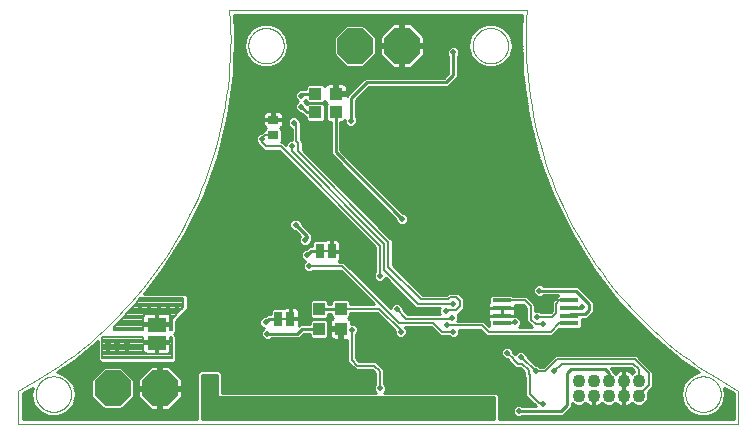
<source format=gbl>
G75*
%MOIN*%
%OFA0B0*%
%FSLAX25Y25*%
%IPPOS*%
%LPD*%
%AMOC8*
5,1,8,0,0,1.08239X$1,22.5*
%
%ADD10C,0.00000*%
%ADD11C,0.00039*%
%ADD12R,0.06181X0.01614*%
%ADD13C,0.04331*%
%ADD14R,0.03937X0.04331*%
%ADD15C,0.00800*%
%ADD16R,0.02500X0.05000*%
%ADD17R,0.06300X0.04600*%
%ADD18OC8,0.11811*%
%ADD19R,0.04331X0.03937*%
%ADD20R,0.03543X0.02756*%
%ADD21C,0.01000*%
%ADD22C,0.01831*%
D10*
X0032750Y0016500D02*
X0032750Y0027524D01*
X0032750Y0016500D02*
X0272907Y0016500D01*
X0272907Y0027524D01*
X0272907Y0027523D02*
X0270093Y0029042D01*
X0267315Y0030628D01*
X0264577Y0032281D01*
X0261880Y0034000D01*
X0259225Y0035784D01*
X0256614Y0037631D01*
X0254048Y0039541D01*
X0251530Y0041513D01*
X0249060Y0043545D01*
X0246640Y0045636D01*
X0244271Y0047785D01*
X0241954Y0049991D01*
X0239692Y0052252D01*
X0237485Y0054567D01*
X0235335Y0056935D01*
X0233243Y0059354D01*
X0231210Y0061823D01*
X0229237Y0064341D01*
X0227326Y0066905D01*
X0225477Y0069515D01*
X0223692Y0072169D01*
X0221972Y0074866D01*
X0220318Y0077603D01*
X0218730Y0080380D01*
X0217210Y0083194D01*
X0215758Y0086044D01*
X0214376Y0088928D01*
X0213064Y0091845D01*
X0211823Y0094793D01*
X0210654Y0097770D01*
X0209557Y0100775D01*
X0208533Y0103805D01*
X0207582Y0106859D01*
X0206706Y0109935D01*
X0205905Y0113031D01*
X0205179Y0116146D01*
X0204528Y0119278D01*
X0203953Y0122424D01*
X0203455Y0125583D01*
X0203033Y0128754D01*
X0202688Y0131934D01*
X0202420Y0135121D01*
X0202229Y0138314D01*
X0202115Y0141510D01*
X0202079Y0144708D01*
X0202120Y0147906D01*
X0202239Y0151103D01*
X0202435Y0154295D01*
X0103222Y0154295D01*
X0103223Y0154295D02*
X0103419Y0151103D01*
X0103538Y0147906D01*
X0103579Y0144708D01*
X0103543Y0141510D01*
X0103429Y0138314D01*
X0103238Y0135121D01*
X0102970Y0131934D01*
X0102625Y0128754D01*
X0102203Y0125583D01*
X0101705Y0122424D01*
X0101130Y0119278D01*
X0100479Y0116146D01*
X0099753Y0113031D01*
X0098952Y0109935D01*
X0098076Y0106859D01*
X0097125Y0103805D01*
X0096101Y0100775D01*
X0095004Y0097770D01*
X0093835Y0094793D01*
X0092594Y0091845D01*
X0091282Y0088928D01*
X0089900Y0086044D01*
X0088448Y0083194D01*
X0086928Y0080380D01*
X0085340Y0077603D01*
X0083686Y0074866D01*
X0081966Y0072169D01*
X0080181Y0069515D01*
X0078332Y0066905D01*
X0076421Y0064341D01*
X0074448Y0061823D01*
X0072415Y0059354D01*
X0070323Y0056935D01*
X0068173Y0054567D01*
X0065966Y0052252D01*
X0063704Y0049991D01*
X0061387Y0047785D01*
X0059018Y0045636D01*
X0056598Y0043545D01*
X0054128Y0041513D01*
X0051610Y0039541D01*
X0049044Y0037631D01*
X0046433Y0035784D01*
X0043778Y0034000D01*
X0041081Y0032281D01*
X0038343Y0030628D01*
X0035565Y0029042D01*
X0032751Y0027523D01*
D11*
X0038655Y0026343D02*
X0038657Y0026496D01*
X0038663Y0026650D01*
X0038673Y0026803D01*
X0038687Y0026955D01*
X0038705Y0027108D01*
X0038727Y0027259D01*
X0038752Y0027410D01*
X0038782Y0027561D01*
X0038816Y0027711D01*
X0038853Y0027859D01*
X0038894Y0028007D01*
X0038939Y0028153D01*
X0038988Y0028299D01*
X0039041Y0028443D01*
X0039097Y0028585D01*
X0039157Y0028726D01*
X0039221Y0028866D01*
X0039288Y0029004D01*
X0039359Y0029140D01*
X0039434Y0029274D01*
X0039511Y0029406D01*
X0039593Y0029536D01*
X0039677Y0029664D01*
X0039765Y0029790D01*
X0039856Y0029913D01*
X0039950Y0030034D01*
X0040048Y0030152D01*
X0040148Y0030268D01*
X0040252Y0030381D01*
X0040358Y0030492D01*
X0040467Y0030600D01*
X0040579Y0030705D01*
X0040693Y0030806D01*
X0040811Y0030905D01*
X0040930Y0031001D01*
X0041052Y0031094D01*
X0041177Y0031183D01*
X0041304Y0031270D01*
X0041433Y0031352D01*
X0041564Y0031432D01*
X0041697Y0031508D01*
X0041832Y0031581D01*
X0041969Y0031650D01*
X0042108Y0031715D01*
X0042248Y0031777D01*
X0042390Y0031835D01*
X0042533Y0031890D01*
X0042678Y0031941D01*
X0042824Y0031988D01*
X0042971Y0032031D01*
X0043119Y0032070D01*
X0043268Y0032106D01*
X0043418Y0032137D01*
X0043569Y0032165D01*
X0043720Y0032189D01*
X0043873Y0032209D01*
X0044025Y0032225D01*
X0044178Y0032237D01*
X0044331Y0032245D01*
X0044484Y0032249D01*
X0044638Y0032249D01*
X0044791Y0032245D01*
X0044944Y0032237D01*
X0045097Y0032225D01*
X0045249Y0032209D01*
X0045402Y0032189D01*
X0045553Y0032165D01*
X0045704Y0032137D01*
X0045854Y0032106D01*
X0046003Y0032070D01*
X0046151Y0032031D01*
X0046298Y0031988D01*
X0046444Y0031941D01*
X0046589Y0031890D01*
X0046732Y0031835D01*
X0046874Y0031777D01*
X0047014Y0031715D01*
X0047153Y0031650D01*
X0047290Y0031581D01*
X0047425Y0031508D01*
X0047558Y0031432D01*
X0047689Y0031352D01*
X0047818Y0031270D01*
X0047945Y0031183D01*
X0048070Y0031094D01*
X0048192Y0031001D01*
X0048311Y0030905D01*
X0048429Y0030806D01*
X0048543Y0030705D01*
X0048655Y0030600D01*
X0048764Y0030492D01*
X0048870Y0030381D01*
X0048974Y0030268D01*
X0049074Y0030152D01*
X0049172Y0030034D01*
X0049266Y0029913D01*
X0049357Y0029790D01*
X0049445Y0029664D01*
X0049529Y0029536D01*
X0049611Y0029406D01*
X0049688Y0029274D01*
X0049763Y0029140D01*
X0049834Y0029004D01*
X0049901Y0028866D01*
X0049965Y0028726D01*
X0050025Y0028585D01*
X0050081Y0028443D01*
X0050134Y0028299D01*
X0050183Y0028153D01*
X0050228Y0028007D01*
X0050269Y0027859D01*
X0050306Y0027711D01*
X0050340Y0027561D01*
X0050370Y0027410D01*
X0050395Y0027259D01*
X0050417Y0027108D01*
X0050435Y0026955D01*
X0050449Y0026803D01*
X0050459Y0026650D01*
X0050465Y0026496D01*
X0050467Y0026343D01*
X0050465Y0026190D01*
X0050459Y0026036D01*
X0050449Y0025883D01*
X0050435Y0025731D01*
X0050417Y0025578D01*
X0050395Y0025427D01*
X0050370Y0025276D01*
X0050340Y0025125D01*
X0050306Y0024975D01*
X0050269Y0024827D01*
X0050228Y0024679D01*
X0050183Y0024533D01*
X0050134Y0024387D01*
X0050081Y0024243D01*
X0050025Y0024101D01*
X0049965Y0023960D01*
X0049901Y0023820D01*
X0049834Y0023682D01*
X0049763Y0023546D01*
X0049688Y0023412D01*
X0049611Y0023280D01*
X0049529Y0023150D01*
X0049445Y0023022D01*
X0049357Y0022896D01*
X0049266Y0022773D01*
X0049172Y0022652D01*
X0049074Y0022534D01*
X0048974Y0022418D01*
X0048870Y0022305D01*
X0048764Y0022194D01*
X0048655Y0022086D01*
X0048543Y0021981D01*
X0048429Y0021880D01*
X0048311Y0021781D01*
X0048192Y0021685D01*
X0048070Y0021592D01*
X0047945Y0021503D01*
X0047818Y0021416D01*
X0047689Y0021334D01*
X0047558Y0021254D01*
X0047425Y0021178D01*
X0047290Y0021105D01*
X0047153Y0021036D01*
X0047014Y0020971D01*
X0046874Y0020909D01*
X0046732Y0020851D01*
X0046589Y0020796D01*
X0046444Y0020745D01*
X0046298Y0020698D01*
X0046151Y0020655D01*
X0046003Y0020616D01*
X0045854Y0020580D01*
X0045704Y0020549D01*
X0045553Y0020521D01*
X0045402Y0020497D01*
X0045249Y0020477D01*
X0045097Y0020461D01*
X0044944Y0020449D01*
X0044791Y0020441D01*
X0044638Y0020437D01*
X0044484Y0020437D01*
X0044331Y0020441D01*
X0044178Y0020449D01*
X0044025Y0020461D01*
X0043873Y0020477D01*
X0043720Y0020497D01*
X0043569Y0020521D01*
X0043418Y0020549D01*
X0043268Y0020580D01*
X0043119Y0020616D01*
X0042971Y0020655D01*
X0042824Y0020698D01*
X0042678Y0020745D01*
X0042533Y0020796D01*
X0042390Y0020851D01*
X0042248Y0020909D01*
X0042108Y0020971D01*
X0041969Y0021036D01*
X0041832Y0021105D01*
X0041697Y0021178D01*
X0041564Y0021254D01*
X0041433Y0021334D01*
X0041304Y0021416D01*
X0041177Y0021503D01*
X0041052Y0021592D01*
X0040930Y0021685D01*
X0040811Y0021781D01*
X0040693Y0021880D01*
X0040579Y0021981D01*
X0040467Y0022086D01*
X0040358Y0022194D01*
X0040252Y0022305D01*
X0040148Y0022418D01*
X0040048Y0022534D01*
X0039950Y0022652D01*
X0039856Y0022773D01*
X0039765Y0022896D01*
X0039677Y0023022D01*
X0039593Y0023150D01*
X0039511Y0023280D01*
X0039434Y0023412D01*
X0039359Y0023546D01*
X0039288Y0023682D01*
X0039221Y0023820D01*
X0039157Y0023960D01*
X0039097Y0024101D01*
X0039041Y0024243D01*
X0038988Y0024387D01*
X0038939Y0024533D01*
X0038894Y0024679D01*
X0038853Y0024827D01*
X0038816Y0024975D01*
X0038782Y0025125D01*
X0038752Y0025276D01*
X0038727Y0025427D01*
X0038705Y0025578D01*
X0038687Y0025731D01*
X0038673Y0025883D01*
X0038663Y0026036D01*
X0038657Y0026190D01*
X0038655Y0026343D01*
X0109521Y0142484D02*
X0109523Y0142637D01*
X0109529Y0142791D01*
X0109539Y0142944D01*
X0109553Y0143096D01*
X0109571Y0143249D01*
X0109593Y0143400D01*
X0109618Y0143551D01*
X0109648Y0143702D01*
X0109682Y0143852D01*
X0109719Y0144000D01*
X0109760Y0144148D01*
X0109805Y0144294D01*
X0109854Y0144440D01*
X0109907Y0144584D01*
X0109963Y0144726D01*
X0110023Y0144867D01*
X0110087Y0145007D01*
X0110154Y0145145D01*
X0110225Y0145281D01*
X0110300Y0145415D01*
X0110377Y0145547D01*
X0110459Y0145677D01*
X0110543Y0145805D01*
X0110631Y0145931D01*
X0110722Y0146054D01*
X0110816Y0146175D01*
X0110914Y0146293D01*
X0111014Y0146409D01*
X0111118Y0146522D01*
X0111224Y0146633D01*
X0111333Y0146741D01*
X0111445Y0146846D01*
X0111559Y0146947D01*
X0111677Y0147046D01*
X0111796Y0147142D01*
X0111918Y0147235D01*
X0112043Y0147324D01*
X0112170Y0147411D01*
X0112299Y0147493D01*
X0112430Y0147573D01*
X0112563Y0147649D01*
X0112698Y0147722D01*
X0112835Y0147791D01*
X0112974Y0147856D01*
X0113114Y0147918D01*
X0113256Y0147976D01*
X0113399Y0148031D01*
X0113544Y0148082D01*
X0113690Y0148129D01*
X0113837Y0148172D01*
X0113985Y0148211D01*
X0114134Y0148247D01*
X0114284Y0148278D01*
X0114435Y0148306D01*
X0114586Y0148330D01*
X0114739Y0148350D01*
X0114891Y0148366D01*
X0115044Y0148378D01*
X0115197Y0148386D01*
X0115350Y0148390D01*
X0115504Y0148390D01*
X0115657Y0148386D01*
X0115810Y0148378D01*
X0115963Y0148366D01*
X0116115Y0148350D01*
X0116268Y0148330D01*
X0116419Y0148306D01*
X0116570Y0148278D01*
X0116720Y0148247D01*
X0116869Y0148211D01*
X0117017Y0148172D01*
X0117164Y0148129D01*
X0117310Y0148082D01*
X0117455Y0148031D01*
X0117598Y0147976D01*
X0117740Y0147918D01*
X0117880Y0147856D01*
X0118019Y0147791D01*
X0118156Y0147722D01*
X0118291Y0147649D01*
X0118424Y0147573D01*
X0118555Y0147493D01*
X0118684Y0147411D01*
X0118811Y0147324D01*
X0118936Y0147235D01*
X0119058Y0147142D01*
X0119177Y0147046D01*
X0119295Y0146947D01*
X0119409Y0146846D01*
X0119521Y0146741D01*
X0119630Y0146633D01*
X0119736Y0146522D01*
X0119840Y0146409D01*
X0119940Y0146293D01*
X0120038Y0146175D01*
X0120132Y0146054D01*
X0120223Y0145931D01*
X0120311Y0145805D01*
X0120395Y0145677D01*
X0120477Y0145547D01*
X0120554Y0145415D01*
X0120629Y0145281D01*
X0120700Y0145145D01*
X0120767Y0145007D01*
X0120831Y0144867D01*
X0120891Y0144726D01*
X0120947Y0144584D01*
X0121000Y0144440D01*
X0121049Y0144294D01*
X0121094Y0144148D01*
X0121135Y0144000D01*
X0121172Y0143852D01*
X0121206Y0143702D01*
X0121236Y0143551D01*
X0121261Y0143400D01*
X0121283Y0143249D01*
X0121301Y0143096D01*
X0121315Y0142944D01*
X0121325Y0142791D01*
X0121331Y0142637D01*
X0121333Y0142484D01*
X0121331Y0142331D01*
X0121325Y0142177D01*
X0121315Y0142024D01*
X0121301Y0141872D01*
X0121283Y0141719D01*
X0121261Y0141568D01*
X0121236Y0141417D01*
X0121206Y0141266D01*
X0121172Y0141116D01*
X0121135Y0140968D01*
X0121094Y0140820D01*
X0121049Y0140674D01*
X0121000Y0140528D01*
X0120947Y0140384D01*
X0120891Y0140242D01*
X0120831Y0140101D01*
X0120767Y0139961D01*
X0120700Y0139823D01*
X0120629Y0139687D01*
X0120554Y0139553D01*
X0120477Y0139421D01*
X0120395Y0139291D01*
X0120311Y0139163D01*
X0120223Y0139037D01*
X0120132Y0138914D01*
X0120038Y0138793D01*
X0119940Y0138675D01*
X0119840Y0138559D01*
X0119736Y0138446D01*
X0119630Y0138335D01*
X0119521Y0138227D01*
X0119409Y0138122D01*
X0119295Y0138021D01*
X0119177Y0137922D01*
X0119058Y0137826D01*
X0118936Y0137733D01*
X0118811Y0137644D01*
X0118684Y0137557D01*
X0118555Y0137475D01*
X0118424Y0137395D01*
X0118291Y0137319D01*
X0118156Y0137246D01*
X0118019Y0137177D01*
X0117880Y0137112D01*
X0117740Y0137050D01*
X0117598Y0136992D01*
X0117455Y0136937D01*
X0117310Y0136886D01*
X0117164Y0136839D01*
X0117017Y0136796D01*
X0116869Y0136757D01*
X0116720Y0136721D01*
X0116570Y0136690D01*
X0116419Y0136662D01*
X0116268Y0136638D01*
X0116115Y0136618D01*
X0115963Y0136602D01*
X0115810Y0136590D01*
X0115657Y0136582D01*
X0115504Y0136578D01*
X0115350Y0136578D01*
X0115197Y0136582D01*
X0115044Y0136590D01*
X0114891Y0136602D01*
X0114739Y0136618D01*
X0114586Y0136638D01*
X0114435Y0136662D01*
X0114284Y0136690D01*
X0114134Y0136721D01*
X0113985Y0136757D01*
X0113837Y0136796D01*
X0113690Y0136839D01*
X0113544Y0136886D01*
X0113399Y0136937D01*
X0113256Y0136992D01*
X0113114Y0137050D01*
X0112974Y0137112D01*
X0112835Y0137177D01*
X0112698Y0137246D01*
X0112563Y0137319D01*
X0112430Y0137395D01*
X0112299Y0137475D01*
X0112170Y0137557D01*
X0112043Y0137644D01*
X0111918Y0137733D01*
X0111796Y0137826D01*
X0111677Y0137922D01*
X0111559Y0138021D01*
X0111445Y0138122D01*
X0111333Y0138227D01*
X0111224Y0138335D01*
X0111118Y0138446D01*
X0111014Y0138559D01*
X0110914Y0138675D01*
X0110816Y0138793D01*
X0110722Y0138914D01*
X0110631Y0139037D01*
X0110543Y0139163D01*
X0110459Y0139291D01*
X0110377Y0139421D01*
X0110300Y0139553D01*
X0110225Y0139687D01*
X0110154Y0139823D01*
X0110087Y0139961D01*
X0110023Y0140101D01*
X0109963Y0140242D01*
X0109907Y0140384D01*
X0109854Y0140528D01*
X0109805Y0140674D01*
X0109760Y0140820D01*
X0109719Y0140968D01*
X0109682Y0141116D01*
X0109648Y0141266D01*
X0109618Y0141417D01*
X0109593Y0141568D01*
X0109571Y0141719D01*
X0109553Y0141872D01*
X0109539Y0142024D01*
X0109529Y0142177D01*
X0109523Y0142331D01*
X0109521Y0142484D01*
X0184324Y0142484D02*
X0184326Y0142637D01*
X0184332Y0142791D01*
X0184342Y0142944D01*
X0184356Y0143096D01*
X0184374Y0143249D01*
X0184396Y0143400D01*
X0184421Y0143551D01*
X0184451Y0143702D01*
X0184485Y0143852D01*
X0184522Y0144000D01*
X0184563Y0144148D01*
X0184608Y0144294D01*
X0184657Y0144440D01*
X0184710Y0144584D01*
X0184766Y0144726D01*
X0184826Y0144867D01*
X0184890Y0145007D01*
X0184957Y0145145D01*
X0185028Y0145281D01*
X0185103Y0145415D01*
X0185180Y0145547D01*
X0185262Y0145677D01*
X0185346Y0145805D01*
X0185434Y0145931D01*
X0185525Y0146054D01*
X0185619Y0146175D01*
X0185717Y0146293D01*
X0185817Y0146409D01*
X0185921Y0146522D01*
X0186027Y0146633D01*
X0186136Y0146741D01*
X0186248Y0146846D01*
X0186362Y0146947D01*
X0186480Y0147046D01*
X0186599Y0147142D01*
X0186721Y0147235D01*
X0186846Y0147324D01*
X0186973Y0147411D01*
X0187102Y0147493D01*
X0187233Y0147573D01*
X0187366Y0147649D01*
X0187501Y0147722D01*
X0187638Y0147791D01*
X0187777Y0147856D01*
X0187917Y0147918D01*
X0188059Y0147976D01*
X0188202Y0148031D01*
X0188347Y0148082D01*
X0188493Y0148129D01*
X0188640Y0148172D01*
X0188788Y0148211D01*
X0188937Y0148247D01*
X0189087Y0148278D01*
X0189238Y0148306D01*
X0189389Y0148330D01*
X0189542Y0148350D01*
X0189694Y0148366D01*
X0189847Y0148378D01*
X0190000Y0148386D01*
X0190153Y0148390D01*
X0190307Y0148390D01*
X0190460Y0148386D01*
X0190613Y0148378D01*
X0190766Y0148366D01*
X0190918Y0148350D01*
X0191071Y0148330D01*
X0191222Y0148306D01*
X0191373Y0148278D01*
X0191523Y0148247D01*
X0191672Y0148211D01*
X0191820Y0148172D01*
X0191967Y0148129D01*
X0192113Y0148082D01*
X0192258Y0148031D01*
X0192401Y0147976D01*
X0192543Y0147918D01*
X0192683Y0147856D01*
X0192822Y0147791D01*
X0192959Y0147722D01*
X0193094Y0147649D01*
X0193227Y0147573D01*
X0193358Y0147493D01*
X0193487Y0147411D01*
X0193614Y0147324D01*
X0193739Y0147235D01*
X0193861Y0147142D01*
X0193980Y0147046D01*
X0194098Y0146947D01*
X0194212Y0146846D01*
X0194324Y0146741D01*
X0194433Y0146633D01*
X0194539Y0146522D01*
X0194643Y0146409D01*
X0194743Y0146293D01*
X0194841Y0146175D01*
X0194935Y0146054D01*
X0195026Y0145931D01*
X0195114Y0145805D01*
X0195198Y0145677D01*
X0195280Y0145547D01*
X0195357Y0145415D01*
X0195432Y0145281D01*
X0195503Y0145145D01*
X0195570Y0145007D01*
X0195634Y0144867D01*
X0195694Y0144726D01*
X0195750Y0144584D01*
X0195803Y0144440D01*
X0195852Y0144294D01*
X0195897Y0144148D01*
X0195938Y0144000D01*
X0195975Y0143852D01*
X0196009Y0143702D01*
X0196039Y0143551D01*
X0196064Y0143400D01*
X0196086Y0143249D01*
X0196104Y0143096D01*
X0196118Y0142944D01*
X0196128Y0142791D01*
X0196134Y0142637D01*
X0196136Y0142484D01*
X0196134Y0142331D01*
X0196128Y0142177D01*
X0196118Y0142024D01*
X0196104Y0141872D01*
X0196086Y0141719D01*
X0196064Y0141568D01*
X0196039Y0141417D01*
X0196009Y0141266D01*
X0195975Y0141116D01*
X0195938Y0140968D01*
X0195897Y0140820D01*
X0195852Y0140674D01*
X0195803Y0140528D01*
X0195750Y0140384D01*
X0195694Y0140242D01*
X0195634Y0140101D01*
X0195570Y0139961D01*
X0195503Y0139823D01*
X0195432Y0139687D01*
X0195357Y0139553D01*
X0195280Y0139421D01*
X0195198Y0139291D01*
X0195114Y0139163D01*
X0195026Y0139037D01*
X0194935Y0138914D01*
X0194841Y0138793D01*
X0194743Y0138675D01*
X0194643Y0138559D01*
X0194539Y0138446D01*
X0194433Y0138335D01*
X0194324Y0138227D01*
X0194212Y0138122D01*
X0194098Y0138021D01*
X0193980Y0137922D01*
X0193861Y0137826D01*
X0193739Y0137733D01*
X0193614Y0137644D01*
X0193487Y0137557D01*
X0193358Y0137475D01*
X0193227Y0137395D01*
X0193094Y0137319D01*
X0192959Y0137246D01*
X0192822Y0137177D01*
X0192683Y0137112D01*
X0192543Y0137050D01*
X0192401Y0136992D01*
X0192258Y0136937D01*
X0192113Y0136886D01*
X0191967Y0136839D01*
X0191820Y0136796D01*
X0191672Y0136757D01*
X0191523Y0136721D01*
X0191373Y0136690D01*
X0191222Y0136662D01*
X0191071Y0136638D01*
X0190918Y0136618D01*
X0190766Y0136602D01*
X0190613Y0136590D01*
X0190460Y0136582D01*
X0190307Y0136578D01*
X0190153Y0136578D01*
X0190000Y0136582D01*
X0189847Y0136590D01*
X0189694Y0136602D01*
X0189542Y0136618D01*
X0189389Y0136638D01*
X0189238Y0136662D01*
X0189087Y0136690D01*
X0188937Y0136721D01*
X0188788Y0136757D01*
X0188640Y0136796D01*
X0188493Y0136839D01*
X0188347Y0136886D01*
X0188202Y0136937D01*
X0188059Y0136992D01*
X0187917Y0137050D01*
X0187777Y0137112D01*
X0187638Y0137177D01*
X0187501Y0137246D01*
X0187366Y0137319D01*
X0187233Y0137395D01*
X0187102Y0137475D01*
X0186973Y0137557D01*
X0186846Y0137644D01*
X0186721Y0137733D01*
X0186599Y0137826D01*
X0186480Y0137922D01*
X0186362Y0138021D01*
X0186248Y0138122D01*
X0186136Y0138227D01*
X0186027Y0138335D01*
X0185921Y0138446D01*
X0185817Y0138559D01*
X0185717Y0138675D01*
X0185619Y0138793D01*
X0185525Y0138914D01*
X0185434Y0139037D01*
X0185346Y0139163D01*
X0185262Y0139291D01*
X0185180Y0139421D01*
X0185103Y0139553D01*
X0185028Y0139687D01*
X0184957Y0139823D01*
X0184890Y0139961D01*
X0184826Y0140101D01*
X0184766Y0140242D01*
X0184710Y0140384D01*
X0184657Y0140528D01*
X0184608Y0140674D01*
X0184563Y0140820D01*
X0184522Y0140968D01*
X0184485Y0141116D01*
X0184451Y0141266D01*
X0184421Y0141417D01*
X0184396Y0141568D01*
X0184374Y0141719D01*
X0184356Y0141872D01*
X0184342Y0142024D01*
X0184332Y0142177D01*
X0184326Y0142331D01*
X0184324Y0142484D01*
X0255190Y0026343D02*
X0255192Y0026496D01*
X0255198Y0026650D01*
X0255208Y0026803D01*
X0255222Y0026955D01*
X0255240Y0027108D01*
X0255262Y0027259D01*
X0255287Y0027410D01*
X0255317Y0027561D01*
X0255351Y0027711D01*
X0255388Y0027859D01*
X0255429Y0028007D01*
X0255474Y0028153D01*
X0255523Y0028299D01*
X0255576Y0028443D01*
X0255632Y0028585D01*
X0255692Y0028726D01*
X0255756Y0028866D01*
X0255823Y0029004D01*
X0255894Y0029140D01*
X0255969Y0029274D01*
X0256046Y0029406D01*
X0256128Y0029536D01*
X0256212Y0029664D01*
X0256300Y0029790D01*
X0256391Y0029913D01*
X0256485Y0030034D01*
X0256583Y0030152D01*
X0256683Y0030268D01*
X0256787Y0030381D01*
X0256893Y0030492D01*
X0257002Y0030600D01*
X0257114Y0030705D01*
X0257228Y0030806D01*
X0257346Y0030905D01*
X0257465Y0031001D01*
X0257587Y0031094D01*
X0257712Y0031183D01*
X0257839Y0031270D01*
X0257968Y0031352D01*
X0258099Y0031432D01*
X0258232Y0031508D01*
X0258367Y0031581D01*
X0258504Y0031650D01*
X0258643Y0031715D01*
X0258783Y0031777D01*
X0258925Y0031835D01*
X0259068Y0031890D01*
X0259213Y0031941D01*
X0259359Y0031988D01*
X0259506Y0032031D01*
X0259654Y0032070D01*
X0259803Y0032106D01*
X0259953Y0032137D01*
X0260104Y0032165D01*
X0260255Y0032189D01*
X0260408Y0032209D01*
X0260560Y0032225D01*
X0260713Y0032237D01*
X0260866Y0032245D01*
X0261019Y0032249D01*
X0261173Y0032249D01*
X0261326Y0032245D01*
X0261479Y0032237D01*
X0261632Y0032225D01*
X0261784Y0032209D01*
X0261937Y0032189D01*
X0262088Y0032165D01*
X0262239Y0032137D01*
X0262389Y0032106D01*
X0262538Y0032070D01*
X0262686Y0032031D01*
X0262833Y0031988D01*
X0262979Y0031941D01*
X0263124Y0031890D01*
X0263267Y0031835D01*
X0263409Y0031777D01*
X0263549Y0031715D01*
X0263688Y0031650D01*
X0263825Y0031581D01*
X0263960Y0031508D01*
X0264093Y0031432D01*
X0264224Y0031352D01*
X0264353Y0031270D01*
X0264480Y0031183D01*
X0264605Y0031094D01*
X0264727Y0031001D01*
X0264846Y0030905D01*
X0264964Y0030806D01*
X0265078Y0030705D01*
X0265190Y0030600D01*
X0265299Y0030492D01*
X0265405Y0030381D01*
X0265509Y0030268D01*
X0265609Y0030152D01*
X0265707Y0030034D01*
X0265801Y0029913D01*
X0265892Y0029790D01*
X0265980Y0029664D01*
X0266064Y0029536D01*
X0266146Y0029406D01*
X0266223Y0029274D01*
X0266298Y0029140D01*
X0266369Y0029004D01*
X0266436Y0028866D01*
X0266500Y0028726D01*
X0266560Y0028585D01*
X0266616Y0028443D01*
X0266669Y0028299D01*
X0266718Y0028153D01*
X0266763Y0028007D01*
X0266804Y0027859D01*
X0266841Y0027711D01*
X0266875Y0027561D01*
X0266905Y0027410D01*
X0266930Y0027259D01*
X0266952Y0027108D01*
X0266970Y0026955D01*
X0266984Y0026803D01*
X0266994Y0026650D01*
X0267000Y0026496D01*
X0267002Y0026343D01*
X0267000Y0026190D01*
X0266994Y0026036D01*
X0266984Y0025883D01*
X0266970Y0025731D01*
X0266952Y0025578D01*
X0266930Y0025427D01*
X0266905Y0025276D01*
X0266875Y0025125D01*
X0266841Y0024975D01*
X0266804Y0024827D01*
X0266763Y0024679D01*
X0266718Y0024533D01*
X0266669Y0024387D01*
X0266616Y0024243D01*
X0266560Y0024101D01*
X0266500Y0023960D01*
X0266436Y0023820D01*
X0266369Y0023682D01*
X0266298Y0023546D01*
X0266223Y0023412D01*
X0266146Y0023280D01*
X0266064Y0023150D01*
X0265980Y0023022D01*
X0265892Y0022896D01*
X0265801Y0022773D01*
X0265707Y0022652D01*
X0265609Y0022534D01*
X0265509Y0022418D01*
X0265405Y0022305D01*
X0265299Y0022194D01*
X0265190Y0022086D01*
X0265078Y0021981D01*
X0264964Y0021880D01*
X0264846Y0021781D01*
X0264727Y0021685D01*
X0264605Y0021592D01*
X0264480Y0021503D01*
X0264353Y0021416D01*
X0264224Y0021334D01*
X0264093Y0021254D01*
X0263960Y0021178D01*
X0263825Y0021105D01*
X0263688Y0021036D01*
X0263549Y0020971D01*
X0263409Y0020909D01*
X0263267Y0020851D01*
X0263124Y0020796D01*
X0262979Y0020745D01*
X0262833Y0020698D01*
X0262686Y0020655D01*
X0262538Y0020616D01*
X0262389Y0020580D01*
X0262239Y0020549D01*
X0262088Y0020521D01*
X0261937Y0020497D01*
X0261784Y0020477D01*
X0261632Y0020461D01*
X0261479Y0020449D01*
X0261326Y0020441D01*
X0261173Y0020437D01*
X0261019Y0020437D01*
X0260866Y0020441D01*
X0260713Y0020449D01*
X0260560Y0020461D01*
X0260408Y0020477D01*
X0260255Y0020497D01*
X0260104Y0020521D01*
X0259953Y0020549D01*
X0259803Y0020580D01*
X0259654Y0020616D01*
X0259506Y0020655D01*
X0259359Y0020698D01*
X0259213Y0020745D01*
X0259068Y0020796D01*
X0258925Y0020851D01*
X0258783Y0020909D01*
X0258643Y0020971D01*
X0258504Y0021036D01*
X0258367Y0021105D01*
X0258232Y0021178D01*
X0258099Y0021254D01*
X0257968Y0021334D01*
X0257839Y0021416D01*
X0257712Y0021503D01*
X0257587Y0021592D01*
X0257465Y0021685D01*
X0257346Y0021781D01*
X0257228Y0021880D01*
X0257114Y0021981D01*
X0257002Y0022086D01*
X0256893Y0022194D01*
X0256787Y0022305D01*
X0256683Y0022418D01*
X0256583Y0022534D01*
X0256485Y0022652D01*
X0256391Y0022773D01*
X0256300Y0022896D01*
X0256212Y0023022D01*
X0256128Y0023150D01*
X0256046Y0023280D01*
X0255969Y0023412D01*
X0255894Y0023546D01*
X0255823Y0023682D01*
X0255756Y0023820D01*
X0255692Y0023960D01*
X0255632Y0024101D01*
X0255576Y0024243D01*
X0255523Y0024387D01*
X0255474Y0024533D01*
X0255429Y0024679D01*
X0255388Y0024827D01*
X0255351Y0024975D01*
X0255317Y0025125D01*
X0255287Y0025276D01*
X0255262Y0025427D01*
X0255240Y0025578D01*
X0255222Y0025731D01*
X0255208Y0025883D01*
X0255198Y0026036D01*
X0255192Y0026190D01*
X0255190Y0026343D01*
D12*
X0216520Y0049886D03*
X0216520Y0052445D03*
X0216520Y0055004D03*
X0216520Y0057563D03*
X0193921Y0057563D03*
X0193921Y0055004D03*
X0193921Y0052445D03*
X0193921Y0049886D03*
D13*
X0219600Y0030811D03*
X0224600Y0030811D03*
X0229600Y0030811D03*
X0234600Y0030811D03*
X0239600Y0030811D03*
X0239600Y0025811D03*
X0234600Y0025811D03*
X0229600Y0025811D03*
X0224600Y0025811D03*
X0219600Y0025811D03*
D14*
X0140250Y0048154D03*
X0133026Y0048124D03*
X0133026Y0054817D03*
X0140250Y0054846D03*
D15*
X0140289Y0054885D01*
X0153010Y0054885D01*
X0160302Y0047593D01*
X0160302Y0047073D01*
X0159775Y0050100D02*
X0140875Y0069000D01*
X0129625Y0069000D01*
X0133750Y0074000D02*
X0136750Y0074000D01*
X0153375Y0075875D02*
X0153375Y0065875D01*
X0154775Y0067750D02*
X0154775Y0076455D01*
X0124000Y0107230D01*
X0124000Y0109000D01*
X0125540Y0110586D02*
X0126210Y0109916D01*
X0126210Y0108084D01*
X0125980Y0107854D01*
X0125980Y0107230D01*
X0156175Y0077035D01*
X0156175Y0068850D01*
X0167125Y0057900D01*
X0176024Y0057900D01*
X0176834Y0058710D01*
X0178666Y0058710D01*
X0179960Y0057416D01*
X0179960Y0055584D01*
X0178666Y0054290D01*
X0175540Y0054290D01*
X0175250Y0054000D01*
X0177365Y0051843D02*
X0177022Y0051500D01*
X0162129Y0051500D01*
X0159000Y0054629D01*
X0159775Y0050100D02*
X0171025Y0050100D01*
X0174045Y0047080D01*
X0177750Y0047080D01*
X0175647Y0049290D02*
X0187460Y0049290D01*
X0189625Y0047125D01*
X0210250Y0047125D01*
X0213011Y0049886D01*
X0216520Y0049886D01*
X0212125Y0053375D02*
X0212125Y0056500D01*
X0213188Y0057563D01*
X0216520Y0057563D01*
X0212125Y0053375D02*
X0210875Y0052125D01*
X0205875Y0052125D01*
X0203665Y0051210D02*
X0205250Y0049625D01*
X0205250Y0049625D01*
X0207750Y0049625D01*
X0203665Y0051210D02*
X0203665Y0055585D01*
X0201687Y0057563D01*
X0193921Y0057563D01*
X0193921Y0049886D02*
X0198011Y0049886D01*
X0198375Y0050250D01*
X0195875Y0040110D02*
X0198040Y0037945D01*
X0198040Y0037795D01*
X0199334Y0036500D01*
X0200770Y0036500D01*
X0203040Y0034230D01*
X0203040Y0033084D01*
X0203375Y0032749D01*
X0203375Y0026500D01*
X0206500Y0023375D01*
X0207750Y0023375D01*
X0207750Y0023154D01*
X0208374Y0034000D02*
X0205250Y0034000D01*
X0200540Y0038710D01*
X0200250Y0038710D01*
X0208374Y0034000D02*
X0212274Y0037900D01*
X0238330Y0037900D01*
X0242978Y0033252D01*
X0242978Y0029412D01*
X0239600Y0026034D01*
X0239600Y0025811D01*
X0239600Y0030811D02*
X0239600Y0034650D01*
X0237750Y0036500D01*
X0214000Y0036500D01*
X0211500Y0034000D01*
X0177750Y0056500D02*
X0166025Y0056500D01*
X0154775Y0067750D01*
X0153375Y0075875D02*
X0120250Y0109000D01*
X0115250Y0109000D01*
X0114000Y0110250D01*
X0114000Y0111500D01*
X0115191Y0112691D01*
X0117750Y0112691D01*
X0125540Y0110586D02*
X0125540Y0116063D01*
X0124730Y0116873D01*
X0087750Y0058375D02*
X0073529Y0058375D01*
X0072093Y0056546D01*
X0072093Y0056546D01*
X0064625Y0048865D01*
X0064625Y0047750D01*
X0074450Y0047750D01*
X0074450Y0049100D01*
X0078600Y0049100D01*
X0078600Y0049900D01*
X0078600Y0053200D01*
X0075666Y0053200D01*
X0075310Y0053105D01*
X0074990Y0052920D01*
X0074730Y0052660D01*
X0074545Y0052340D01*
X0074450Y0051984D01*
X0074450Y0049900D01*
X0078600Y0049900D01*
X0079400Y0049900D01*
X0079400Y0053200D01*
X0082334Y0053200D01*
X0082690Y0053105D01*
X0083010Y0052920D01*
X0083270Y0052660D01*
X0083455Y0052340D01*
X0083550Y0051984D01*
X0083550Y0049900D01*
X0079400Y0049900D01*
X0079400Y0049100D01*
X0083550Y0049100D01*
X0083550Y0047750D01*
X0084000Y0047750D01*
X0084000Y0051500D01*
X0087750Y0055250D01*
X0087750Y0058375D01*
X0087750Y0058023D02*
X0073253Y0058023D01*
X0072625Y0057224D02*
X0087750Y0057224D01*
X0087750Y0056426D02*
X0071976Y0056426D01*
X0071200Y0055627D02*
X0087750Y0055627D01*
X0087329Y0054829D02*
X0070423Y0054829D01*
X0069647Y0054030D02*
X0086530Y0054030D01*
X0085732Y0053232D02*
X0068870Y0053232D01*
X0068094Y0052433D02*
X0074599Y0052433D01*
X0074450Y0051634D02*
X0067318Y0051634D01*
X0066541Y0050836D02*
X0074450Y0050836D01*
X0074450Y0050037D02*
X0065765Y0050037D01*
X0064989Y0049239D02*
X0078600Y0049239D01*
X0078600Y0050037D02*
X0079400Y0050037D01*
X0079400Y0049239D02*
X0084000Y0049239D01*
X0084000Y0050037D02*
X0083550Y0050037D01*
X0083550Y0050836D02*
X0084000Y0050836D01*
X0084134Y0051634D02*
X0083550Y0051634D01*
X0083401Y0052433D02*
X0084933Y0052433D01*
X0084000Y0048440D02*
X0083550Y0048440D01*
X0079400Y0050836D02*
X0078600Y0050836D01*
X0078600Y0051634D02*
X0079400Y0051634D01*
X0079400Y0052433D02*
X0078600Y0052433D01*
X0074450Y0048440D02*
X0064625Y0048440D01*
X0060875Y0045250D02*
X0074450Y0045250D01*
X0074450Y0043900D01*
X0078600Y0043900D01*
X0078600Y0043100D01*
X0074450Y0043100D01*
X0074450Y0041016D01*
X0074545Y0040660D01*
X0074730Y0040340D01*
X0074990Y0040080D01*
X0075310Y0039895D01*
X0075666Y0039800D01*
X0078600Y0039800D01*
X0078600Y0043100D01*
X0079400Y0043100D01*
X0079400Y0043900D01*
X0083550Y0043900D01*
X0083550Y0045250D01*
X0084000Y0045250D01*
X0084000Y0038375D01*
X0060875Y0038375D01*
X0060875Y0045250D01*
X0060875Y0045246D02*
X0074450Y0045246D01*
X0074450Y0044448D02*
X0060875Y0044448D01*
X0060875Y0043649D02*
X0078600Y0043649D01*
X0078600Y0042851D02*
X0079400Y0042851D01*
X0079400Y0043100D02*
X0079400Y0039800D01*
X0082334Y0039800D01*
X0082690Y0039895D01*
X0083010Y0040080D01*
X0083270Y0040340D01*
X0083455Y0040660D01*
X0083550Y0041016D01*
X0083550Y0043100D01*
X0079400Y0043100D01*
X0079400Y0043649D02*
X0084000Y0043649D01*
X0084000Y0042851D02*
X0083550Y0042851D01*
X0083550Y0042052D02*
X0084000Y0042052D01*
X0084000Y0041254D02*
X0083550Y0041254D01*
X0083337Y0040455D02*
X0084000Y0040455D01*
X0084000Y0039657D02*
X0060875Y0039657D01*
X0060875Y0040455D02*
X0074663Y0040455D01*
X0074450Y0041254D02*
X0060875Y0041254D01*
X0060875Y0042052D02*
X0074450Y0042052D01*
X0074450Y0042851D02*
X0060875Y0042851D01*
X0060875Y0038858D02*
X0084000Y0038858D01*
X0079400Y0040455D02*
X0078600Y0040455D01*
X0078600Y0041254D02*
X0079400Y0041254D01*
X0079400Y0042052D02*
X0078600Y0042052D01*
X0083550Y0044448D02*
X0084000Y0044448D01*
X0084000Y0045246D02*
X0083550Y0045246D01*
X0120000Y0051500D02*
X0123000Y0051500D01*
X0144029Y0047750D02*
X0144029Y0037721D01*
X0145875Y0035875D01*
X0151500Y0035875D01*
X0153375Y0034000D01*
X0153375Y0028375D01*
D16*
X0123500Y0051500D03*
X0119500Y0051500D03*
X0133250Y0074000D03*
X0137250Y0074000D03*
D17*
X0079000Y0049500D03*
X0079000Y0043500D03*
D18*
X0079994Y0028311D03*
X0064246Y0028311D03*
X0144955Y0142484D03*
X0160703Y0142484D03*
D19*
X0138596Y0126500D03*
X0131904Y0126500D03*
X0131904Y0120250D03*
X0138596Y0120250D03*
D20*
X0117750Y0117809D03*
X0117750Y0112691D03*
D21*
X0120622Y0112357D02*
X0124040Y0112357D01*
X0124040Y0111359D02*
X0120622Y0111359D01*
X0120622Y0110857D02*
X0120622Y0114525D01*
X0120108Y0115038D01*
X0120443Y0115231D01*
X0120722Y0115510D01*
X0120919Y0115852D01*
X0121022Y0116234D01*
X0121022Y0117620D01*
X0117939Y0117620D01*
X0117939Y0117998D01*
X0121022Y0117998D01*
X0121022Y0119384D01*
X0120919Y0119766D01*
X0120722Y0120108D01*
X0120443Y0120387D01*
X0120101Y0120585D01*
X0119719Y0120687D01*
X0117939Y0120687D01*
X0117939Y0117998D01*
X0117561Y0117998D01*
X0117561Y0117620D01*
X0114478Y0117620D01*
X0114478Y0116234D01*
X0114581Y0115852D01*
X0114778Y0115510D01*
X0115057Y0115231D01*
X0115392Y0115038D01*
X0114878Y0114525D01*
X0114878Y0114191D01*
X0114570Y0114191D01*
X0113894Y0113515D01*
X0113165Y0113515D01*
X0111985Y0112335D01*
X0111985Y0110665D01*
X0112500Y0110150D01*
X0112500Y0109629D01*
X0113379Y0108750D01*
X0114629Y0107500D01*
X0119629Y0107500D01*
X0151875Y0075254D01*
X0151875Y0067225D01*
X0151360Y0066710D01*
X0151360Y0065040D01*
X0152540Y0063860D01*
X0154210Y0063860D01*
X0155377Y0065027D01*
X0164525Y0055879D01*
X0165404Y0055000D01*
X0173400Y0055000D01*
X0173235Y0054835D01*
X0173235Y0053165D01*
X0173400Y0053000D01*
X0162750Y0053000D01*
X0161015Y0054735D01*
X0161015Y0055464D01*
X0159835Y0056644D01*
X0158165Y0056644D01*
X0156985Y0055464D01*
X0156985Y0055012D01*
X0141496Y0070500D01*
X0139621Y0070500D01*
X0139700Y0070579D01*
X0139898Y0070921D01*
X0140000Y0071303D01*
X0140000Y0073875D01*
X0138250Y0073875D01*
X0138250Y0074125D01*
X0140000Y0074125D01*
X0140000Y0076697D01*
X0139898Y0077079D01*
X0139700Y0077421D01*
X0139421Y0077700D01*
X0139079Y0077898D01*
X0138697Y0078000D01*
X0137375Y0078000D01*
X0137375Y0075496D01*
X0137371Y0075500D01*
X0137125Y0075500D01*
X0137125Y0078000D01*
X0135803Y0078000D01*
X0135421Y0077898D01*
X0135079Y0077700D01*
X0134967Y0077588D01*
X0134956Y0077600D01*
X0131544Y0077600D01*
X0130900Y0076956D01*
X0130900Y0075600D01*
X0129587Y0075600D01*
X0128753Y0074765D01*
X0128165Y0074765D01*
X0126985Y0073585D01*
X0126985Y0071915D01*
X0128165Y0070735D01*
X0128510Y0070735D01*
X0127610Y0069835D01*
X0127610Y0068165D01*
X0128790Y0066985D01*
X0130460Y0066985D01*
X0130975Y0067500D01*
X0140254Y0067500D01*
X0151369Y0056385D01*
X0143318Y0056385D01*
X0143318Y0057467D01*
X0142674Y0058112D01*
X0137826Y0058112D01*
X0137181Y0057467D01*
X0137181Y0056417D01*
X0136094Y0056417D01*
X0136094Y0057438D01*
X0135450Y0058082D01*
X0130601Y0058082D01*
X0129957Y0057438D01*
X0129957Y0052196D01*
X0130601Y0051552D01*
X0135450Y0051552D01*
X0136094Y0052196D01*
X0136094Y0053217D01*
X0137181Y0053217D01*
X0137181Y0052225D01*
X0137695Y0051712D01*
X0137360Y0051519D01*
X0137081Y0051240D01*
X0136884Y0050898D01*
X0136781Y0050516D01*
X0136781Y0048638D01*
X0139766Y0048638D01*
X0139766Y0047669D01*
X0140734Y0047669D01*
X0140734Y0044488D01*
X0142416Y0044488D01*
X0142529Y0044518D01*
X0142529Y0037100D01*
X0144375Y0035254D01*
X0145254Y0034375D01*
X0150879Y0034375D01*
X0151875Y0033379D01*
X0151875Y0029725D01*
X0151360Y0029210D01*
X0151360Y0027540D01*
X0152050Y0026850D01*
X0100600Y0026850D01*
X0100600Y0033413D01*
X0099663Y0034350D01*
X0093337Y0034350D01*
X0092400Y0033413D01*
X0092400Y0018000D01*
X0034250Y0018000D01*
X0034250Y0026616D01*
X0037599Y0028371D01*
X0037136Y0026343D01*
X0037871Y0023121D01*
X0037871Y0023121D01*
X0039931Y0020537D01*
X0042909Y0019103D01*
X0046213Y0019103D01*
X0049191Y0020537D01*
X0051251Y0023121D01*
X0051986Y0026343D01*
X0051251Y0029564D01*
X0051251Y0029564D01*
X0049191Y0032148D01*
X0049191Y0032148D01*
X0046213Y0033582D01*
X0045861Y0033582D01*
X0051457Y0037314D01*
X0059375Y0043901D01*
X0059375Y0037754D01*
X0060254Y0036875D01*
X0084621Y0036875D01*
X0085500Y0037754D01*
X0085500Y0045871D01*
X0084871Y0046500D01*
X0085500Y0047129D01*
X0085500Y0050879D01*
X0088371Y0053750D01*
X0089250Y0054629D01*
X0089250Y0058996D01*
X0088371Y0059875D01*
X0074835Y0059875D01*
X0080895Y0067591D01*
X0088401Y0079561D01*
X0094605Y0092255D01*
X0099436Y0105532D01*
X0102841Y0119244D01*
X0104782Y0133239D01*
X0105236Y0147360D01*
X0104837Y0152795D01*
X0200821Y0152795D01*
X0200421Y0147360D01*
X0200421Y0147360D01*
X0200876Y0133239D01*
X0200876Y0133239D01*
X0202817Y0119244D01*
X0202817Y0119244D01*
X0206221Y0105532D01*
X0206221Y0105532D01*
X0211053Y0092255D01*
X0211053Y0092255D01*
X0217256Y0079561D01*
X0217256Y0079561D01*
X0224763Y0067591D01*
X0233489Y0056480D01*
X0233489Y0056480D01*
X0243338Y0046350D01*
X0243338Y0046350D01*
X0243339Y0046350D01*
X0254200Y0037314D01*
X0254200Y0037314D01*
X0259796Y0033582D01*
X0259444Y0033582D01*
X0256467Y0032148D01*
X0256467Y0032148D01*
X0256467Y0032148D01*
X0254407Y0029564D01*
X0253671Y0026343D01*
X0253671Y0026343D01*
X0254407Y0023121D01*
X0256467Y0020537D01*
X0259444Y0019103D01*
X0262749Y0019103D01*
X0265726Y0020537D01*
X0265726Y0020537D01*
X0265726Y0020537D01*
X0267786Y0023121D01*
X0268522Y0026343D01*
X0268059Y0028371D01*
X0271407Y0026616D01*
X0271407Y0018000D01*
X0193100Y0018000D01*
X0193100Y0025913D01*
X0192163Y0026850D01*
X0154700Y0026850D01*
X0155390Y0027540D01*
X0155390Y0029210D01*
X0154875Y0029725D01*
X0154875Y0034621D01*
X0153996Y0035500D01*
X0152121Y0037375D01*
X0146496Y0037375D01*
X0145529Y0038343D01*
X0145529Y0046400D01*
X0146044Y0046915D01*
X0146044Y0048585D01*
X0144864Y0049765D01*
X0143718Y0049765D01*
X0143718Y0050516D01*
X0143616Y0050898D01*
X0143419Y0051240D01*
X0143140Y0051519D01*
X0142805Y0051712D01*
X0143318Y0052225D01*
X0143318Y0053385D01*
X0152389Y0053385D01*
X0158286Y0047487D01*
X0158286Y0046239D01*
X0159467Y0045058D01*
X0161136Y0045058D01*
X0162317Y0046239D01*
X0162317Y0047908D01*
X0161625Y0048600D01*
X0170404Y0048600D01*
X0173424Y0045580D01*
X0176400Y0045580D01*
X0176915Y0045064D01*
X0178585Y0045064D01*
X0179765Y0046245D01*
X0179765Y0047790D01*
X0186839Y0047790D01*
X0188125Y0046504D01*
X0189004Y0045625D01*
X0210871Y0045625D01*
X0213225Y0047979D01*
X0220066Y0047979D01*
X0220710Y0048623D01*
X0220710Y0051149D01*
X0220693Y0051165D01*
X0220710Y0051182D01*
X0220710Y0051340D01*
X0222495Y0051340D01*
X0223432Y0052277D01*
X0223848Y0052693D01*
X0224785Y0053630D01*
X0224785Y0057013D01*
X0220261Y0061538D01*
X0219324Y0062475D01*
X0207750Y0062475D01*
X0207335Y0062890D01*
X0205665Y0062890D01*
X0204485Y0061710D01*
X0204485Y0060040D01*
X0205665Y0058860D01*
X0207335Y0058860D01*
X0207750Y0059275D01*
X0212778Y0059275D01*
X0212329Y0058826D01*
X0212329Y0058825D01*
X0211688Y0058184D01*
X0211504Y0058000D01*
X0211504Y0058000D01*
X0210625Y0057121D01*
X0210625Y0053996D01*
X0210254Y0053625D01*
X0207226Y0053625D01*
X0206710Y0054141D01*
X0205165Y0054141D01*
X0205165Y0056206D01*
X0202308Y0059063D01*
X0197875Y0059063D01*
X0197467Y0059470D01*
X0190375Y0059470D01*
X0189731Y0058826D01*
X0189731Y0056832D01*
X0189630Y0056732D01*
X0189433Y0056390D01*
X0189331Y0056009D01*
X0189331Y0055004D01*
X0193921Y0055004D01*
X0193921Y0055004D01*
X0189331Y0055004D01*
X0189331Y0053999D01*
X0189404Y0053724D01*
X0189331Y0053449D01*
X0189331Y0052445D01*
X0193921Y0052445D01*
X0193921Y0052445D01*
X0193921Y0055004D01*
X0193921Y0055004D01*
X0193921Y0052697D01*
X0193921Y0052445D01*
X0193921Y0052445D01*
X0189331Y0052445D01*
X0189331Y0051440D01*
X0189433Y0051059D01*
X0189630Y0050717D01*
X0189731Y0050616D01*
X0189731Y0049141D01*
X0188082Y0050790D01*
X0179161Y0050790D01*
X0179380Y0051008D01*
X0179380Y0052678D01*
X0179268Y0052790D01*
X0179287Y0052790D01*
X0181460Y0054963D01*
X0181460Y0058037D01*
X0180582Y0058916D01*
X0179287Y0060210D01*
X0176213Y0060210D01*
X0175403Y0059400D01*
X0167746Y0059400D01*
X0157675Y0069471D01*
X0157675Y0077656D01*
X0156796Y0078535D01*
X0127710Y0107621D01*
X0127710Y0110537D01*
X0127040Y0111207D01*
X0127040Y0116684D01*
X0126745Y0116979D01*
X0126745Y0117708D01*
X0125564Y0118889D01*
X0123895Y0118889D01*
X0122714Y0117708D01*
X0122714Y0116038D01*
X0123895Y0114858D01*
X0124040Y0114858D01*
X0124040Y0111015D01*
X0123165Y0111015D01*
X0121985Y0109835D01*
X0121985Y0109387D01*
X0121750Y0109621D01*
X0121750Y0109621D01*
X0120871Y0110500D01*
X0120264Y0110500D01*
X0120622Y0110857D01*
X0121011Y0110360D02*
X0122510Y0110360D01*
X0124040Y0113356D02*
X0120622Y0113356D01*
X0120622Y0114354D02*
X0124040Y0114354D01*
X0123400Y0115353D02*
X0120564Y0115353D01*
X0121022Y0116351D02*
X0122714Y0116351D01*
X0122714Y0117350D02*
X0121022Y0117350D01*
X0121022Y0118348D02*
X0123354Y0118348D01*
X0121022Y0119347D02*
X0127641Y0119347D01*
X0127400Y0119587D02*
X0128337Y0118650D01*
X0128638Y0118650D01*
X0128638Y0117826D01*
X0129283Y0117181D01*
X0134525Y0117181D01*
X0135169Y0117826D01*
X0135169Y0122674D01*
X0134525Y0123318D01*
X0129283Y0123318D01*
X0129032Y0123068D01*
X0128100Y0124000D01*
X0128638Y0124538D01*
X0128638Y0124076D01*
X0129283Y0123431D01*
X0134525Y0123431D01*
X0135038Y0123945D01*
X0135231Y0123610D01*
X0135510Y0123331D01*
X0135813Y0123156D01*
X0135331Y0122674D01*
X0135331Y0117826D01*
X0135975Y0117181D01*
X0136996Y0117181D01*
X0136996Y0106241D01*
X0137934Y0105304D01*
X0158860Y0084378D01*
X0158860Y0083790D01*
X0160040Y0082610D01*
X0161710Y0082610D01*
X0162890Y0083790D01*
X0162890Y0085460D01*
X0161710Y0086640D01*
X0161122Y0086640D01*
X0140196Y0107566D01*
X0140196Y0117181D01*
X0141217Y0117181D01*
X0141687Y0117652D01*
X0141687Y0116618D01*
X0142868Y0115437D01*
X0144538Y0115437D01*
X0145718Y0116618D01*
X0145718Y0118288D01*
X0145303Y0118703D01*
X0145303Y0124290D01*
X0149663Y0128650D01*
X0175913Y0128650D01*
X0178413Y0131150D01*
X0179350Y0132087D01*
X0179350Y0139000D01*
X0179765Y0139415D01*
X0179765Y0141085D01*
X0178585Y0142265D01*
X0176915Y0142265D01*
X0175735Y0141085D01*
X0175735Y0139415D01*
X0176150Y0139000D01*
X0176150Y0133413D01*
X0174587Y0131850D01*
X0148337Y0131850D01*
X0143040Y0126553D01*
X0142262Y0125775D01*
X0142262Y0126016D01*
X0139081Y0126016D01*
X0139081Y0126984D01*
X0142262Y0126984D01*
X0142262Y0128666D01*
X0142160Y0129047D01*
X0141962Y0129390D01*
X0141683Y0129669D01*
X0141341Y0129866D01*
X0140959Y0129968D01*
X0139081Y0129968D01*
X0139081Y0126984D01*
X0138112Y0126984D01*
X0138112Y0129968D01*
X0136234Y0129968D01*
X0135852Y0129866D01*
X0135510Y0129669D01*
X0135231Y0129390D01*
X0135038Y0129055D01*
X0134525Y0129568D01*
X0129283Y0129568D01*
X0128638Y0128924D01*
X0128638Y0128100D01*
X0127087Y0128100D01*
X0126878Y0127890D01*
X0126290Y0127890D01*
X0125110Y0126710D01*
X0125110Y0125040D01*
X0126150Y0124000D01*
X0125110Y0122960D01*
X0125110Y0121290D01*
X0126290Y0120110D01*
X0126878Y0120110D01*
X0127400Y0119587D01*
X0127400Y0119587D01*
X0126055Y0120345D02*
X0120485Y0120345D01*
X0117939Y0120345D02*
X0117561Y0120345D01*
X0117561Y0120687D02*
X0115781Y0120687D01*
X0115399Y0120585D01*
X0115057Y0120387D01*
X0114778Y0120108D01*
X0114581Y0119766D01*
X0114478Y0119384D01*
X0114478Y0117998D01*
X0117561Y0117998D01*
X0117561Y0120687D01*
X0117561Y0119347D02*
X0117939Y0119347D01*
X0117939Y0118348D02*
X0117561Y0118348D01*
X0114478Y0118348D02*
X0102618Y0118348D01*
X0102841Y0119244D02*
X0102841Y0119244D01*
X0102855Y0119347D02*
X0114478Y0119347D01*
X0115015Y0120345D02*
X0102994Y0120345D01*
X0103132Y0121344D02*
X0125110Y0121344D01*
X0125110Y0122342D02*
X0103270Y0122342D01*
X0103409Y0123341D02*
X0125491Y0123341D01*
X0125811Y0124339D02*
X0103547Y0124339D01*
X0103686Y0125338D02*
X0125110Y0125338D01*
X0125110Y0126336D02*
X0103824Y0126336D01*
X0103963Y0127335D02*
X0125735Y0127335D01*
X0127125Y0125875D02*
X0127750Y0126500D01*
X0131904Y0126500D01*
X0134761Y0129332D02*
X0135197Y0129332D01*
X0138112Y0129332D02*
X0139081Y0129332D01*
X0139081Y0128333D02*
X0138112Y0128333D01*
X0138112Y0127335D02*
X0139081Y0127335D01*
X0139081Y0126336D02*
X0142824Y0126336D01*
X0142262Y0127335D02*
X0143822Y0127335D01*
X0144821Y0128333D02*
X0142262Y0128333D01*
X0141995Y0129332D02*
X0145819Y0129332D01*
X0146818Y0130330D02*
X0104378Y0130330D01*
X0104240Y0129332D02*
X0129046Y0129332D01*
X0128638Y0128333D02*
X0104101Y0128333D01*
X0104517Y0131329D02*
X0147816Y0131329D01*
X0149000Y0130250D02*
X0143703Y0124953D01*
X0143703Y0117453D01*
X0145718Y0117350D02*
X0203287Y0117350D01*
X0203039Y0118348D02*
X0145658Y0118348D01*
X0145303Y0119347D02*
X0202802Y0119347D01*
X0202664Y0120345D02*
X0145303Y0120345D01*
X0145303Y0121344D02*
X0202525Y0121344D01*
X0202387Y0122342D02*
X0145303Y0122342D01*
X0145303Y0123341D02*
X0202248Y0123341D01*
X0202110Y0124339D02*
X0145352Y0124339D01*
X0146350Y0125338D02*
X0201972Y0125338D01*
X0201833Y0126336D02*
X0147349Y0126336D01*
X0148347Y0127335D02*
X0201695Y0127335D01*
X0201556Y0128333D02*
X0149346Y0128333D01*
X0149000Y0130250D02*
X0175250Y0130250D01*
X0177750Y0132750D01*
X0177750Y0140250D01*
X0179765Y0140315D02*
X0183300Y0140315D01*
X0183528Y0139317D02*
X0179667Y0139317D01*
X0179350Y0138318D02*
X0184293Y0138318D01*
X0183540Y0139263D02*
X0185601Y0136679D01*
X0188578Y0135245D01*
X0191883Y0135245D01*
X0194860Y0136679D01*
X0196920Y0139263D01*
X0197655Y0142484D01*
X0197655Y0142484D01*
X0196920Y0145706D01*
X0194860Y0148289D01*
X0191883Y0149723D01*
X0188578Y0149723D01*
X0185601Y0148289D01*
X0183540Y0145706D01*
X0182805Y0142484D01*
X0183540Y0139263D01*
X0183540Y0139263D01*
X0183072Y0141314D02*
X0179536Y0141314D01*
X0175964Y0141314D02*
X0168108Y0141314D01*
X0168108Y0141984D02*
X0161203Y0141984D01*
X0161203Y0142984D01*
X0168108Y0142984D01*
X0168108Y0145552D01*
X0163770Y0149890D01*
X0161203Y0149890D01*
X0161203Y0142984D01*
X0160203Y0142984D01*
X0160203Y0141984D01*
X0161203Y0141984D01*
X0161203Y0135079D01*
X0163770Y0135079D01*
X0168108Y0139417D01*
X0168108Y0141984D01*
X0168108Y0143311D02*
X0182994Y0143311D01*
X0182805Y0142484D02*
X0182805Y0142484D01*
X0182844Y0142312D02*
X0161203Y0142312D01*
X0161203Y0141314D02*
X0160203Y0141314D01*
X0160203Y0141984D02*
X0160203Y0135079D01*
X0157635Y0135079D01*
X0153297Y0139417D01*
X0153297Y0141984D01*
X0160203Y0141984D01*
X0160203Y0142312D02*
X0151960Y0142312D01*
X0151960Y0141314D02*
X0153297Y0141314D01*
X0153297Y0140315D02*
X0151960Y0140315D01*
X0151960Y0139582D02*
X0147856Y0135479D01*
X0142053Y0135479D01*
X0137949Y0139582D01*
X0137949Y0145386D01*
X0142053Y0149490D01*
X0147856Y0149490D01*
X0151960Y0145386D01*
X0151960Y0139582D01*
X0151695Y0139317D02*
X0153397Y0139317D01*
X0154396Y0138318D02*
X0150696Y0138318D01*
X0149698Y0137320D02*
X0155394Y0137320D01*
X0156393Y0136321D02*
X0148699Y0136321D01*
X0141210Y0136321D02*
X0119314Y0136321D01*
X0120057Y0136679D02*
X0117079Y0135245D01*
X0113775Y0135245D01*
X0110798Y0136679D01*
X0110798Y0136679D01*
X0108737Y0139263D01*
X0108737Y0139263D01*
X0108002Y0142484D01*
X0108002Y0142484D01*
X0108737Y0145706D01*
X0108737Y0145706D01*
X0110798Y0148289D01*
X0110798Y0148289D01*
X0110798Y0148289D01*
X0113775Y0149723D01*
X0117079Y0149723D01*
X0120057Y0148289D01*
X0120057Y0148289D01*
X0122117Y0145706D01*
X0122852Y0142484D01*
X0122852Y0142484D01*
X0122117Y0139263D01*
X0122117Y0139263D01*
X0120057Y0136679D01*
X0120057Y0136679D01*
X0120057Y0136679D01*
X0120568Y0137320D02*
X0140212Y0137320D01*
X0139213Y0138318D02*
X0121364Y0138318D01*
X0122129Y0139317D02*
X0138215Y0139317D01*
X0137949Y0140315D02*
X0122357Y0140315D01*
X0122585Y0141314D02*
X0137949Y0141314D01*
X0137949Y0142312D02*
X0122813Y0142312D01*
X0122664Y0143311D02*
X0137949Y0143311D01*
X0137949Y0144309D02*
X0122436Y0144309D01*
X0122208Y0145308D02*
X0137949Y0145308D01*
X0138870Y0146306D02*
X0121638Y0146306D01*
X0120842Y0147305D02*
X0139868Y0147305D01*
X0140867Y0148303D02*
X0120028Y0148303D01*
X0117954Y0149302D02*
X0141865Y0149302D01*
X0148044Y0149302D02*
X0157048Y0149302D01*
X0157635Y0149890D02*
X0153297Y0145552D01*
X0153297Y0142984D01*
X0160203Y0142984D01*
X0160203Y0149890D01*
X0157635Y0149890D01*
X0156049Y0148303D02*
X0149043Y0148303D01*
X0150041Y0147305D02*
X0155051Y0147305D01*
X0154052Y0146306D02*
X0151040Y0146306D01*
X0151960Y0145308D02*
X0153297Y0145308D01*
X0153297Y0144309D02*
X0151960Y0144309D01*
X0151960Y0143311D02*
X0153297Y0143311D01*
X0160203Y0143311D02*
X0161203Y0143311D01*
X0161203Y0144309D02*
X0160203Y0144309D01*
X0160203Y0145308D02*
X0161203Y0145308D01*
X0161203Y0146306D02*
X0160203Y0146306D01*
X0160203Y0147305D02*
X0161203Y0147305D01*
X0161203Y0148303D02*
X0160203Y0148303D01*
X0160203Y0149302D02*
X0161203Y0149302D01*
X0164358Y0149302D02*
X0187703Y0149302D01*
X0185630Y0148303D02*
X0165356Y0148303D01*
X0166355Y0147305D02*
X0184816Y0147305D01*
X0185601Y0148289D02*
X0185601Y0148289D01*
X0185601Y0148289D01*
X0184019Y0146306D02*
X0167353Y0146306D01*
X0168108Y0145308D02*
X0183450Y0145308D01*
X0183540Y0145706D02*
X0183540Y0145706D01*
X0183222Y0144309D02*
X0168108Y0144309D01*
X0168108Y0140315D02*
X0175735Y0140315D01*
X0175833Y0139317D02*
X0168008Y0139317D01*
X0167010Y0138318D02*
X0176150Y0138318D01*
X0176150Y0137320D02*
X0166011Y0137320D01*
X0165013Y0136321D02*
X0176150Y0136321D01*
X0176150Y0135323D02*
X0164014Y0135323D01*
X0161203Y0135323D02*
X0160203Y0135323D01*
X0160203Y0136321D02*
X0161203Y0136321D01*
X0161203Y0137320D02*
X0160203Y0137320D01*
X0160203Y0138318D02*
X0161203Y0138318D01*
X0161203Y0139317D02*
X0160203Y0139317D01*
X0160203Y0140315D02*
X0161203Y0140315D01*
X0157391Y0135323D02*
X0117241Y0135323D01*
X0113614Y0135323D02*
X0104849Y0135323D01*
X0104881Y0136321D02*
X0111540Y0136321D01*
X0110287Y0137320D02*
X0104913Y0137320D01*
X0104945Y0138318D02*
X0109490Y0138318D01*
X0108725Y0139317D02*
X0104977Y0139317D01*
X0105009Y0140315D02*
X0108497Y0140315D01*
X0108269Y0141314D02*
X0105042Y0141314D01*
X0105074Y0142312D02*
X0108041Y0142312D01*
X0108191Y0143311D02*
X0105106Y0143311D01*
X0105138Y0144309D02*
X0108419Y0144309D01*
X0108646Y0145308D02*
X0105170Y0145308D01*
X0105202Y0146306D02*
X0109216Y0146306D01*
X0110013Y0147305D02*
X0105235Y0147305D01*
X0105236Y0147360D02*
X0105236Y0147360D01*
X0105167Y0148303D02*
X0110827Y0148303D01*
X0112900Y0149302D02*
X0105094Y0149302D01*
X0105020Y0150301D02*
X0200637Y0150301D01*
X0200711Y0151299D02*
X0104947Y0151299D01*
X0104873Y0152298D02*
X0200784Y0152298D01*
X0200564Y0149302D02*
X0192757Y0149302D01*
X0194831Y0148303D02*
X0200490Y0148303D01*
X0200423Y0147305D02*
X0195645Y0147305D01*
X0194860Y0148289D02*
X0194860Y0148289D01*
X0196441Y0146306D02*
X0200455Y0146306D01*
X0200487Y0145308D02*
X0197011Y0145308D01*
X0196920Y0145706D02*
X0196920Y0145706D01*
X0197239Y0144309D02*
X0200519Y0144309D01*
X0200552Y0143311D02*
X0197467Y0143311D01*
X0197616Y0142312D02*
X0200584Y0142312D01*
X0200616Y0141314D02*
X0197388Y0141314D01*
X0197160Y0140315D02*
X0200648Y0140315D01*
X0200680Y0139317D02*
X0196933Y0139317D01*
X0196167Y0138318D02*
X0200712Y0138318D01*
X0200744Y0137320D02*
X0195371Y0137320D01*
X0194860Y0136679D02*
X0194860Y0136679D01*
X0194860Y0136679D01*
X0194117Y0136321D02*
X0200777Y0136321D01*
X0200809Y0135323D02*
X0192044Y0135323D01*
X0188417Y0135323D02*
X0179350Y0135323D01*
X0179350Y0136321D02*
X0186343Y0136321D01*
X0185601Y0136679D02*
X0185601Y0136679D01*
X0185090Y0137320D02*
X0179350Y0137320D01*
X0179350Y0134324D02*
X0200841Y0134324D01*
X0200873Y0133326D02*
X0179350Y0133326D01*
X0179350Y0132327D02*
X0201002Y0132327D01*
X0201141Y0131329D02*
X0178592Y0131329D01*
X0178413Y0131150D02*
X0178413Y0131150D01*
X0177593Y0130330D02*
X0201279Y0130330D01*
X0201418Y0129332D02*
X0176595Y0129332D01*
X0175065Y0132327D02*
X0104655Y0132327D01*
X0104782Y0133239D02*
X0104782Y0133239D01*
X0104784Y0133326D02*
X0176063Y0133326D01*
X0176150Y0134324D02*
X0104816Y0134324D01*
X0127125Y0122125D02*
X0129000Y0120250D01*
X0131904Y0120250D01*
X0135169Y0120345D02*
X0135331Y0120345D01*
X0135331Y0119347D02*
X0135169Y0119347D01*
X0135169Y0118348D02*
X0135331Y0118348D01*
X0135807Y0117350D02*
X0134693Y0117350D01*
X0136996Y0116351D02*
X0127040Y0116351D01*
X0127040Y0115353D02*
X0136996Y0115353D01*
X0136996Y0114354D02*
X0127040Y0114354D01*
X0127040Y0113356D02*
X0136996Y0113356D01*
X0136996Y0112357D02*
X0127040Y0112357D01*
X0127040Y0111359D02*
X0136996Y0111359D01*
X0136996Y0110360D02*
X0127710Y0110360D01*
X0127710Y0109362D02*
X0136996Y0109362D01*
X0136996Y0108363D02*
X0127710Y0108363D01*
X0127967Y0107365D02*
X0136996Y0107365D01*
X0136996Y0106366D02*
X0128965Y0106366D01*
X0129964Y0105368D02*
X0137870Y0105368D01*
X0138868Y0104369D02*
X0130962Y0104369D01*
X0131961Y0103370D02*
X0139867Y0103370D01*
X0140865Y0102372D02*
X0132959Y0102372D01*
X0133958Y0101373D02*
X0141864Y0101373D01*
X0142862Y0100375D02*
X0134956Y0100375D01*
X0135955Y0099376D02*
X0143861Y0099376D01*
X0144859Y0098378D02*
X0136953Y0098378D01*
X0137952Y0097379D02*
X0145858Y0097379D01*
X0146856Y0096381D02*
X0138950Y0096381D01*
X0139949Y0095382D02*
X0147855Y0095382D01*
X0148853Y0094384D02*
X0140947Y0094384D01*
X0141946Y0093385D02*
X0149852Y0093385D01*
X0150850Y0092387D02*
X0142944Y0092387D01*
X0143943Y0091388D02*
X0151849Y0091388D01*
X0152847Y0090390D02*
X0144941Y0090390D01*
X0145940Y0089391D02*
X0153846Y0089391D01*
X0154844Y0088393D02*
X0146938Y0088393D01*
X0147937Y0087394D02*
X0155843Y0087394D01*
X0156841Y0086396D02*
X0148935Y0086396D01*
X0149934Y0085397D02*
X0157840Y0085397D01*
X0158838Y0084399D02*
X0150932Y0084399D01*
X0151931Y0083400D02*
X0159250Y0083400D01*
X0160875Y0084625D02*
X0138596Y0106904D01*
X0138596Y0120250D01*
X0135331Y0121344D02*
X0135169Y0121344D01*
X0135169Y0122342D02*
X0135331Y0122342D01*
X0135501Y0123341D02*
X0128759Y0123341D01*
X0128638Y0124339D02*
X0128439Y0124339D01*
X0128638Y0118348D02*
X0126105Y0118348D01*
X0126745Y0117350D02*
X0129114Y0117350D01*
X0140196Y0116351D02*
X0141954Y0116351D01*
X0141687Y0117350D02*
X0141386Y0117350D01*
X0140196Y0115353D02*
X0203783Y0115353D01*
X0203535Y0116351D02*
X0145451Y0116351D01*
X0140196Y0114354D02*
X0204031Y0114354D01*
X0204279Y0113356D02*
X0140196Y0113356D01*
X0140196Y0112357D02*
X0204527Y0112357D01*
X0204775Y0111359D02*
X0140196Y0111359D01*
X0140196Y0110360D02*
X0205023Y0110360D01*
X0205270Y0109362D02*
X0140196Y0109362D01*
X0140196Y0108363D02*
X0205518Y0108363D01*
X0205766Y0107365D02*
X0140398Y0107365D01*
X0141397Y0106366D02*
X0206014Y0106366D01*
X0206281Y0105368D02*
X0142395Y0105368D01*
X0143394Y0104369D02*
X0206644Y0104369D01*
X0207008Y0103370D02*
X0144392Y0103370D01*
X0145391Y0102372D02*
X0207371Y0102372D01*
X0207734Y0101373D02*
X0146389Y0101373D01*
X0147388Y0100375D02*
X0208098Y0100375D01*
X0208461Y0099376D02*
X0148386Y0099376D01*
X0149385Y0098378D02*
X0208824Y0098378D01*
X0209188Y0097379D02*
X0150383Y0097379D01*
X0151382Y0096381D02*
X0209551Y0096381D01*
X0209914Y0095382D02*
X0152380Y0095382D01*
X0153379Y0094384D02*
X0210278Y0094384D01*
X0210641Y0093385D02*
X0154377Y0093385D01*
X0155376Y0092387D02*
X0211004Y0092387D01*
X0211476Y0091388D02*
X0156374Y0091388D01*
X0157373Y0090390D02*
X0211964Y0090390D01*
X0212452Y0089391D02*
X0158371Y0089391D01*
X0159370Y0088393D02*
X0212940Y0088393D01*
X0213428Y0087394D02*
X0160368Y0087394D01*
X0161954Y0086396D02*
X0213916Y0086396D01*
X0214404Y0085397D02*
X0162890Y0085397D01*
X0162890Y0084399D02*
X0214892Y0084399D01*
X0215380Y0083400D02*
X0162500Y0083400D01*
X0156923Y0078408D02*
X0217979Y0078408D01*
X0217353Y0079406D02*
X0155925Y0079406D01*
X0154926Y0080405D02*
X0216844Y0080405D01*
X0216356Y0081403D02*
X0153928Y0081403D01*
X0152929Y0082402D02*
X0215868Y0082402D01*
X0218605Y0077409D02*
X0157675Y0077409D01*
X0157675Y0076411D02*
X0219232Y0076411D01*
X0219858Y0075412D02*
X0157675Y0075412D01*
X0157675Y0074414D02*
X0220484Y0074414D01*
X0221110Y0073415D02*
X0157675Y0073415D01*
X0157675Y0072417D02*
X0221737Y0072417D01*
X0222363Y0071418D02*
X0157675Y0071418D01*
X0157675Y0070420D02*
X0222989Y0070420D01*
X0223615Y0069421D02*
X0157725Y0069421D01*
X0158724Y0068423D02*
X0224241Y0068423D01*
X0224763Y0067591D02*
X0224763Y0067591D01*
X0224894Y0067424D02*
X0159722Y0067424D01*
X0160721Y0066426D02*
X0225678Y0066426D01*
X0226463Y0065427D02*
X0161719Y0065427D01*
X0162718Y0064429D02*
X0227247Y0064429D01*
X0228031Y0063430D02*
X0163716Y0063430D01*
X0164715Y0062432D02*
X0205206Y0062432D01*
X0204485Y0061433D02*
X0165713Y0061433D01*
X0166712Y0060434D02*
X0204485Y0060434D01*
X0205089Y0059436D02*
X0197502Y0059436D01*
X0198497Y0056063D02*
X0201066Y0056063D01*
X0202165Y0054964D01*
X0202165Y0051831D01*
X0202165Y0050589D01*
X0203750Y0049004D01*
X0203750Y0049004D01*
X0204129Y0048625D01*
X0199600Y0048625D01*
X0200390Y0049415D01*
X0200390Y0051085D01*
X0199210Y0052265D01*
X0198512Y0052265D01*
X0198512Y0052445D01*
X0198512Y0053449D01*
X0198438Y0053724D01*
X0198512Y0053999D01*
X0198512Y0055004D01*
X0198512Y0056009D01*
X0198497Y0056063D01*
X0198512Y0055442D02*
X0201687Y0055442D01*
X0202165Y0054443D02*
X0198512Y0054443D01*
X0198512Y0055004D02*
X0193921Y0055004D01*
X0198512Y0055004D01*
X0198512Y0053445D02*
X0202165Y0053445D01*
X0202165Y0052446D02*
X0198512Y0052446D01*
X0198512Y0052445D02*
X0193921Y0052445D01*
X0193921Y0052445D01*
X0198512Y0052445D01*
X0200027Y0051448D02*
X0202165Y0051448D01*
X0202304Y0050449D02*
X0200390Y0050449D01*
X0200390Y0049451D02*
X0203303Y0049451D01*
X0205165Y0054443D02*
X0210625Y0054443D01*
X0210625Y0055442D02*
X0205165Y0055442D01*
X0204931Y0056440D02*
X0210625Y0056440D01*
X0210943Y0057439D02*
X0203932Y0057439D01*
X0202934Y0058437D02*
X0211941Y0058437D01*
X0211688Y0058184D02*
X0211688Y0058184D01*
X0216520Y0055004D02*
X0220629Y0055004D01*
X0220875Y0055250D01*
X0223185Y0054293D02*
X0223185Y0056351D01*
X0218661Y0060875D01*
X0206500Y0060875D01*
X0219367Y0062432D02*
X0228815Y0062432D01*
X0229599Y0061433D02*
X0220366Y0061433D01*
X0221364Y0060434D02*
X0230383Y0060434D01*
X0231168Y0059436D02*
X0222363Y0059436D01*
X0223361Y0058437D02*
X0231952Y0058437D01*
X0232736Y0057439D02*
X0224360Y0057439D01*
X0224785Y0056440D02*
X0233528Y0056440D01*
X0234498Y0055442D02*
X0224785Y0055442D01*
X0224785Y0054443D02*
X0235469Y0054443D01*
X0236440Y0053445D02*
X0224600Y0053445D01*
X0223601Y0052446D02*
X0237411Y0052446D01*
X0238382Y0051448D02*
X0222603Y0051448D01*
X0221832Y0052940D02*
X0217015Y0052940D01*
X0216520Y0052445D01*
X0220710Y0050449D02*
X0239353Y0050449D01*
X0240323Y0049451D02*
X0220710Y0049451D01*
X0220539Y0048452D02*
X0241294Y0048452D01*
X0242265Y0047454D02*
X0212700Y0047454D01*
X0211702Y0046455D02*
X0243236Y0046455D01*
X0244412Y0045457D02*
X0178977Y0045457D01*
X0179765Y0046455D02*
X0188173Y0046455D01*
X0187175Y0047454D02*
X0179765Y0047454D01*
X0176523Y0045457D02*
X0161535Y0045457D01*
X0162317Y0046455D02*
X0172548Y0046455D01*
X0171550Y0047454D02*
X0162317Y0047454D01*
X0161773Y0048452D02*
X0170551Y0048452D01*
X0173235Y0053445D02*
X0162306Y0053445D01*
X0161307Y0054443D02*
X0173235Y0054443D01*
X0179380Y0052446D02*
X0189331Y0052446D01*
X0189331Y0051448D02*
X0179380Y0051448D01*
X0179942Y0053445D02*
X0189331Y0053445D01*
X0189331Y0054443D02*
X0180941Y0054443D01*
X0181460Y0055442D02*
X0189331Y0055442D01*
X0189462Y0056440D02*
X0181460Y0056440D01*
X0181460Y0057439D02*
X0189731Y0057439D01*
X0189731Y0058437D02*
X0181060Y0058437D01*
X0180061Y0059436D02*
X0190341Y0059436D01*
X0193921Y0055004D02*
X0193921Y0055004D01*
X0193921Y0054443D02*
X0193921Y0054443D01*
X0193921Y0053445D02*
X0193921Y0053445D01*
X0193921Y0052446D02*
X0193921Y0052446D01*
X0189731Y0050449D02*
X0188422Y0050449D01*
X0189420Y0049451D02*
X0189731Y0049451D01*
X0195040Y0042126D02*
X0193860Y0040945D01*
X0193860Y0039275D01*
X0195040Y0038095D01*
X0195769Y0038095D01*
X0196540Y0037324D01*
X0196540Y0037173D01*
X0197834Y0035879D01*
X0198713Y0035000D01*
X0200149Y0035000D01*
X0201540Y0033609D01*
X0201540Y0032463D01*
X0201875Y0032128D01*
X0201875Y0025879D01*
X0205000Y0022754D01*
X0205468Y0022285D01*
X0200875Y0022285D01*
X0200460Y0022701D01*
X0198790Y0022701D01*
X0197610Y0021520D01*
X0197610Y0019850D01*
X0198790Y0018670D01*
X0200460Y0018670D01*
X0200875Y0019085D01*
X0214473Y0019085D01*
X0216538Y0021150D01*
X0217475Y0022087D01*
X0217475Y0023319D01*
X0217751Y0023043D01*
X0218951Y0022546D01*
X0220250Y0022546D01*
X0221450Y0023043D01*
X0221818Y0023410D01*
X0222264Y0022964D01*
X0222864Y0022563D01*
X0223531Y0022287D01*
X0224239Y0022146D01*
X0224411Y0022146D01*
X0224411Y0025622D01*
X0224789Y0025622D01*
X0224789Y0022146D01*
X0224961Y0022146D01*
X0225670Y0022287D01*
X0226337Y0022563D01*
X0226937Y0022964D01*
X0227383Y0023410D01*
X0227751Y0023043D01*
X0228951Y0022546D01*
X0230250Y0022546D01*
X0231450Y0023043D01*
X0231818Y0023410D01*
X0232264Y0022964D01*
X0232864Y0022563D01*
X0233531Y0022287D01*
X0234239Y0022146D01*
X0234411Y0022146D01*
X0234411Y0025622D01*
X0234789Y0025622D01*
X0234789Y0022146D01*
X0234961Y0022146D01*
X0235670Y0022287D01*
X0236337Y0022563D01*
X0236937Y0022964D01*
X0237383Y0023410D01*
X0237751Y0023043D01*
X0238951Y0022546D01*
X0240250Y0022546D01*
X0241450Y0023043D01*
X0242369Y0023961D01*
X0242866Y0025161D01*
X0242866Y0026461D01*
X0242656Y0026968D01*
X0244478Y0028790D01*
X0244478Y0033873D01*
X0239830Y0038521D01*
X0238951Y0039400D01*
X0211653Y0039400D01*
X0207753Y0035500D01*
X0206600Y0035500D01*
X0206085Y0036015D01*
X0205356Y0036015D01*
X0202265Y0039106D01*
X0202265Y0039545D01*
X0201085Y0040726D01*
X0199415Y0040726D01*
X0198398Y0039708D01*
X0197890Y0040216D01*
X0197890Y0040945D01*
X0196710Y0042126D01*
X0195040Y0042126D01*
X0194377Y0041463D02*
X0145529Y0041463D01*
X0145529Y0042461D02*
X0248013Y0042461D01*
X0249213Y0041463D02*
X0197373Y0041463D01*
X0197890Y0040464D02*
X0199154Y0040464D01*
X0201346Y0040464D02*
X0250414Y0040464D01*
X0251614Y0039466D02*
X0202265Y0039466D01*
X0202904Y0038467D02*
X0210720Y0038467D01*
X0209722Y0037469D02*
X0203903Y0037469D01*
X0204901Y0036470D02*
X0208723Y0036470D01*
X0201540Y0033475D02*
X0154875Y0033475D01*
X0154875Y0034473D02*
X0200676Y0034473D01*
X0201540Y0032476D02*
X0154875Y0032476D01*
X0154875Y0031478D02*
X0201875Y0031478D01*
X0201875Y0030479D02*
X0154875Y0030479D01*
X0155119Y0029481D02*
X0201875Y0029481D01*
X0201875Y0028482D02*
X0155390Y0028482D01*
X0155334Y0027484D02*
X0201875Y0027484D01*
X0201875Y0026485D02*
X0192528Y0026485D01*
X0193100Y0025487D02*
X0202267Y0025487D01*
X0203266Y0024488D02*
X0193100Y0024488D01*
X0193100Y0023490D02*
X0204264Y0023490D01*
X0205263Y0022491D02*
X0200669Y0022491D01*
X0199625Y0020685D02*
X0213810Y0020685D01*
X0215875Y0022750D01*
X0215875Y0033375D01*
X0217125Y0034625D01*
X0228375Y0034625D01*
X0229600Y0033400D01*
X0229600Y0030811D01*
X0231818Y0033212D02*
X0231450Y0033579D01*
X0231200Y0033683D01*
X0231200Y0034062D01*
X0230263Y0035000D01*
X0237129Y0035000D01*
X0238100Y0034028D01*
X0238100Y0033724D01*
X0237751Y0033579D01*
X0237383Y0033212D01*
X0236937Y0033658D01*
X0236337Y0034059D01*
X0235670Y0034336D01*
X0234961Y0034476D01*
X0234789Y0034476D01*
X0234789Y0031000D01*
X0234411Y0031000D01*
X0234411Y0034476D01*
X0234239Y0034476D01*
X0233531Y0034336D01*
X0232864Y0034059D01*
X0232264Y0033658D01*
X0231818Y0033212D01*
X0231555Y0033475D02*
X0232080Y0033475D01*
X0230790Y0034473D02*
X0234223Y0034473D01*
X0234411Y0034473D02*
X0234789Y0034473D01*
X0234977Y0034473D02*
X0237655Y0034473D01*
X0237646Y0033475D02*
X0237120Y0033475D01*
X0234789Y0033475D02*
X0234411Y0033475D01*
X0234411Y0032476D02*
X0234789Y0032476D01*
X0234789Y0031478D02*
X0234411Y0031478D01*
X0234411Y0030622D02*
X0234789Y0030622D01*
X0234789Y0027146D01*
X0234789Y0026000D01*
X0234411Y0026000D01*
X0234411Y0030622D01*
X0234411Y0030479D02*
X0234789Y0030479D01*
X0234789Y0029481D02*
X0234411Y0029481D01*
X0234411Y0028482D02*
X0234789Y0028482D01*
X0234789Y0027484D02*
X0234411Y0027484D01*
X0234411Y0026485D02*
X0234789Y0026485D01*
X0234789Y0025487D02*
X0234411Y0025487D01*
X0234411Y0024488D02*
X0234789Y0024488D01*
X0234789Y0023490D02*
X0234411Y0023490D01*
X0234411Y0022491D02*
X0234789Y0022491D01*
X0236163Y0022491D02*
X0254909Y0022491D01*
X0254407Y0023121D02*
X0254407Y0023121D01*
X0254322Y0023490D02*
X0241897Y0023490D01*
X0242587Y0024488D02*
X0254095Y0024488D01*
X0253867Y0025487D02*
X0242866Y0025487D01*
X0242856Y0026485D02*
X0253704Y0026485D01*
X0253932Y0027484D02*
X0243171Y0027484D01*
X0244170Y0028482D02*
X0254160Y0028482D01*
X0254388Y0029481D02*
X0244478Y0029481D01*
X0244478Y0030479D02*
X0255136Y0030479D01*
X0254407Y0029564D02*
X0254407Y0029564D01*
X0255933Y0031478D02*
X0244478Y0031478D01*
X0244478Y0032476D02*
X0257149Y0032476D01*
X0259222Y0033475D02*
X0244478Y0033475D01*
X0243878Y0034473D02*
X0258459Y0034473D01*
X0256963Y0035472D02*
X0242880Y0035472D01*
X0241881Y0036470D02*
X0255466Y0036470D01*
X0254015Y0037469D02*
X0240882Y0037469D01*
X0239884Y0038467D02*
X0252814Y0038467D01*
X0246813Y0043460D02*
X0145529Y0043460D01*
X0145529Y0044458D02*
X0245612Y0044458D01*
X0230263Y0035000D02*
X0230263Y0035000D01*
X0230263Y0035000D01*
X0224789Y0025487D02*
X0224411Y0025487D01*
X0224411Y0024488D02*
X0224789Y0024488D01*
X0224789Y0023490D02*
X0224411Y0023490D01*
X0224411Y0022491D02*
X0224789Y0022491D01*
X0226163Y0022491D02*
X0233037Y0022491D01*
X0223037Y0022491D02*
X0217475Y0022491D01*
X0216880Y0021493D02*
X0255705Y0021493D01*
X0256467Y0020537D02*
X0256467Y0020537D01*
X0256557Y0020494D02*
X0215882Y0020494D01*
X0214883Y0019496D02*
X0258630Y0019496D01*
X0263563Y0019496D02*
X0271407Y0019496D01*
X0271407Y0020494D02*
X0265636Y0020494D01*
X0266488Y0021493D02*
X0271407Y0021493D01*
X0271407Y0022491D02*
X0267284Y0022491D01*
X0267786Y0023121D02*
X0267786Y0023121D01*
X0267870Y0023490D02*
X0271407Y0023490D01*
X0271407Y0024488D02*
X0268098Y0024488D01*
X0268326Y0025487D02*
X0271407Y0025487D01*
X0271407Y0026485D02*
X0268489Y0026485D01*
X0268261Y0027484D02*
X0269752Y0027484D01*
X0271407Y0018497D02*
X0193100Y0018497D01*
X0193100Y0019496D02*
X0197965Y0019496D01*
X0197610Y0020494D02*
X0193100Y0020494D01*
X0193100Y0021493D02*
X0197610Y0021493D01*
X0198581Y0022491D02*
X0193100Y0022491D01*
X0191500Y0022491D02*
X0094000Y0022491D01*
X0094000Y0021493D02*
X0191500Y0021493D01*
X0191500Y0020494D02*
X0094000Y0020494D01*
X0094000Y0019496D02*
X0191500Y0019496D01*
X0191500Y0018497D02*
X0094000Y0018497D01*
X0094000Y0018000D02*
X0094000Y0032750D01*
X0099000Y0032750D01*
X0099000Y0025250D01*
X0191500Y0025250D01*
X0191500Y0018000D01*
X0094000Y0018000D01*
X0092400Y0018497D02*
X0034250Y0018497D01*
X0034250Y0019496D02*
X0042095Y0019496D01*
X0040021Y0020494D02*
X0034250Y0020494D01*
X0034250Y0021493D02*
X0039170Y0021493D01*
X0039931Y0020537D02*
X0039931Y0020537D01*
X0038373Y0022491D02*
X0034250Y0022491D01*
X0034250Y0023490D02*
X0037787Y0023490D01*
X0037559Y0024488D02*
X0034250Y0024488D01*
X0034250Y0025487D02*
X0037331Y0025487D01*
X0037168Y0026485D02*
X0034250Y0026485D01*
X0035905Y0027484D02*
X0037396Y0027484D01*
X0046435Y0033475D02*
X0059502Y0033475D01*
X0058504Y0032476D02*
X0048509Y0032476D01*
X0049725Y0031478D02*
X0057505Y0031478D01*
X0057241Y0031213D02*
X0057241Y0025409D01*
X0061344Y0021306D01*
X0067148Y0021306D01*
X0071252Y0025409D01*
X0071252Y0031213D01*
X0067148Y0035317D01*
X0061344Y0035317D01*
X0057241Y0031213D01*
X0057241Y0030479D02*
X0050521Y0030479D01*
X0051270Y0029481D02*
X0057241Y0029481D01*
X0057241Y0028482D02*
X0051498Y0028482D01*
X0051726Y0027484D02*
X0057241Y0027484D01*
X0057241Y0026485D02*
X0051954Y0026485D01*
X0051791Y0025487D02*
X0057241Y0025487D01*
X0058162Y0024488D02*
X0051563Y0024488D01*
X0051335Y0023490D02*
X0059160Y0023490D01*
X0060159Y0022491D02*
X0050749Y0022491D01*
X0051251Y0023121D02*
X0051251Y0023121D01*
X0049952Y0021493D02*
X0061157Y0021493D01*
X0067335Y0021493D02*
X0076340Y0021493D01*
X0076927Y0020906D02*
X0079494Y0020906D01*
X0079494Y0027811D01*
X0072589Y0027811D01*
X0072589Y0025244D01*
X0076927Y0020906D01*
X0075341Y0022491D02*
X0068333Y0022491D01*
X0069332Y0023490D02*
X0074343Y0023490D01*
X0073344Y0024488D02*
X0070330Y0024488D01*
X0071252Y0025487D02*
X0072589Y0025487D01*
X0072589Y0026485D02*
X0071252Y0026485D01*
X0071252Y0027484D02*
X0072589Y0027484D01*
X0072589Y0028811D02*
X0079494Y0028811D01*
X0079494Y0027811D01*
X0080494Y0027811D01*
X0080494Y0020906D01*
X0083062Y0020906D01*
X0087400Y0025244D01*
X0087400Y0027811D01*
X0080494Y0027811D01*
X0080494Y0028811D01*
X0079494Y0028811D01*
X0079494Y0035717D01*
X0076927Y0035717D01*
X0072589Y0031378D01*
X0072589Y0028811D01*
X0072589Y0029481D02*
X0071252Y0029481D01*
X0071252Y0030479D02*
X0072589Y0030479D01*
X0072688Y0031478D02*
X0070987Y0031478D01*
X0069988Y0032476D02*
X0073686Y0032476D01*
X0074685Y0033475D02*
X0068990Y0033475D01*
X0067991Y0034473D02*
X0075683Y0034473D01*
X0076682Y0035472D02*
X0048695Y0035472D01*
X0050192Y0036470D02*
X0143158Y0036470D01*
X0142529Y0037469D02*
X0085215Y0037469D01*
X0085500Y0038467D02*
X0142529Y0038467D01*
X0142529Y0039466D02*
X0085500Y0039466D01*
X0085500Y0040464D02*
X0142529Y0040464D01*
X0142529Y0041463D02*
X0085500Y0041463D01*
X0085500Y0042461D02*
X0142529Y0042461D01*
X0142529Y0043460D02*
X0085500Y0043460D01*
X0085500Y0044458D02*
X0142529Y0044458D01*
X0140734Y0045457D02*
X0139766Y0045457D01*
X0139766Y0044488D02*
X0139766Y0047669D01*
X0136781Y0047669D01*
X0136781Y0045791D01*
X0136884Y0045409D01*
X0137081Y0045067D01*
X0137360Y0044788D01*
X0137703Y0044590D01*
X0138084Y0044488D01*
X0139766Y0044488D01*
X0136871Y0045457D02*
X0136048Y0045457D01*
X0136094Y0045503D02*
X0136094Y0050745D01*
X0135450Y0051389D01*
X0130601Y0051389D01*
X0129957Y0050745D01*
X0129957Y0049724D01*
X0126836Y0049724D01*
X0126250Y0049138D01*
X0126250Y0051375D01*
X0124500Y0051375D01*
X0124500Y0051625D01*
X0126250Y0051625D01*
X0126250Y0054197D01*
X0126148Y0054579D01*
X0125950Y0054921D01*
X0125671Y0055200D01*
X0125329Y0055398D01*
X0124947Y0055500D01*
X0123625Y0055500D01*
X0123625Y0052996D01*
X0123621Y0053000D01*
X0123375Y0053000D01*
X0123375Y0055500D01*
X0122053Y0055500D01*
X0121671Y0055398D01*
X0121329Y0055200D01*
X0121217Y0055088D01*
X0121206Y0055100D01*
X0117794Y0055100D01*
X0117150Y0054456D01*
X0117150Y0053100D01*
X0115837Y0053100D01*
X0115003Y0052265D01*
X0114415Y0052265D01*
X0113235Y0051085D01*
X0113235Y0049415D01*
X0114415Y0048235D01*
X0114760Y0048235D01*
X0113860Y0047335D01*
X0113860Y0045665D01*
X0115040Y0044485D01*
X0116710Y0044485D01*
X0117125Y0044900D01*
X0126538Y0044900D01*
X0128162Y0046524D01*
X0129957Y0046524D01*
X0129957Y0045503D01*
X0130601Y0044859D01*
X0135450Y0044859D01*
X0136094Y0045503D01*
X0136094Y0046455D02*
X0136781Y0046455D01*
X0136781Y0047454D02*
X0136094Y0047454D01*
X0136094Y0048452D02*
X0139766Y0048452D01*
X0139766Y0047454D02*
X0140734Y0047454D01*
X0140734Y0046455D02*
X0139766Y0046455D01*
X0136781Y0049451D02*
X0136094Y0049451D01*
X0136094Y0050449D02*
X0136781Y0050449D01*
X0137289Y0051448D02*
X0124500Y0051448D01*
X0126250Y0052446D02*
X0129957Y0052446D01*
X0129957Y0053445D02*
X0126250Y0053445D01*
X0126184Y0054443D02*
X0129957Y0054443D01*
X0129957Y0055442D02*
X0125164Y0055442D01*
X0123625Y0055442D02*
X0123375Y0055442D01*
X0123375Y0054443D02*
X0123625Y0054443D01*
X0123625Y0053445D02*
X0123375Y0053445D01*
X0121836Y0055442D02*
X0089250Y0055442D01*
X0089250Y0056440D02*
X0129957Y0056440D01*
X0129958Y0057439D02*
X0089250Y0057439D01*
X0089250Y0058437D02*
X0149316Y0058437D01*
X0150315Y0057439D02*
X0143318Y0057439D01*
X0143318Y0056440D02*
X0151313Y0056440D01*
X0153559Y0058437D02*
X0161966Y0058437D01*
X0162965Y0057439D02*
X0154557Y0057439D01*
X0155556Y0056440D02*
X0157961Y0056440D01*
X0156985Y0055442D02*
X0156554Y0055442D01*
X0160039Y0056440D02*
X0163963Y0056440D01*
X0164962Y0055442D02*
X0161015Y0055442D01*
X0160968Y0059436D02*
X0152560Y0059436D01*
X0151562Y0060434D02*
X0159969Y0060434D01*
X0158971Y0061433D02*
X0150563Y0061433D01*
X0149565Y0062432D02*
X0157972Y0062432D01*
X0156974Y0063430D02*
X0148566Y0063430D01*
X0147568Y0064429D02*
X0151971Y0064429D01*
X0151360Y0065427D02*
X0146569Y0065427D01*
X0145571Y0066426D02*
X0151360Y0066426D01*
X0151875Y0067424D02*
X0144572Y0067424D01*
X0143574Y0068423D02*
X0151875Y0068423D01*
X0151875Y0069421D02*
X0142575Y0069421D01*
X0141577Y0070420D02*
X0151875Y0070420D01*
X0151875Y0071418D02*
X0140000Y0071418D01*
X0140000Y0072417D02*
X0151875Y0072417D01*
X0151875Y0073415D02*
X0140000Y0073415D01*
X0140000Y0074414D02*
X0151875Y0074414D01*
X0151717Y0075412D02*
X0140000Y0075412D01*
X0140000Y0076411D02*
X0150718Y0076411D01*
X0149719Y0077409D02*
X0139707Y0077409D01*
X0137375Y0077409D02*
X0137125Y0077409D01*
X0137125Y0076411D02*
X0137375Y0076411D01*
X0133250Y0074000D02*
X0130250Y0074000D01*
X0129000Y0072750D01*
X0127482Y0071418D02*
X0083295Y0071418D01*
X0083921Y0072417D02*
X0126985Y0072417D01*
X0126985Y0073415D02*
X0084547Y0073415D01*
X0085173Y0074414D02*
X0127814Y0074414D01*
X0127586Y0075646D02*
X0129256Y0075646D01*
X0130437Y0076826D01*
X0130437Y0077414D01*
X0130600Y0077577D01*
X0130600Y0079752D01*
X0129663Y0080689D01*
X0127265Y0083086D01*
X0127265Y0083674D01*
X0126085Y0084854D01*
X0124415Y0084854D01*
X0123235Y0083674D01*
X0123235Y0082004D01*
X0124415Y0080824D01*
X0125003Y0080824D01*
X0126868Y0078958D01*
X0126406Y0078496D01*
X0126406Y0076826D01*
X0127586Y0075646D01*
X0126821Y0076411D02*
X0086426Y0076411D01*
X0087052Y0077409D02*
X0126406Y0077409D01*
X0126406Y0078408D02*
X0087678Y0078408D01*
X0088305Y0079406D02*
X0126420Y0079406D01*
X0125422Y0080405D02*
X0088814Y0080405D01*
X0088401Y0079561D02*
X0088401Y0079561D01*
X0089302Y0081403D02*
X0123836Y0081403D01*
X0123235Y0082402D02*
X0089790Y0082402D01*
X0090278Y0083400D02*
X0123235Y0083400D01*
X0123960Y0084399D02*
X0090766Y0084399D01*
X0091254Y0085397D02*
X0141731Y0085397D01*
X0140733Y0086396D02*
X0091742Y0086396D01*
X0092230Y0087394D02*
X0139734Y0087394D01*
X0138736Y0088393D02*
X0092718Y0088393D01*
X0093206Y0089391D02*
X0137737Y0089391D01*
X0136739Y0090390D02*
X0093694Y0090390D01*
X0094182Y0091388D02*
X0135740Y0091388D01*
X0134742Y0092387D02*
X0094653Y0092387D01*
X0094605Y0092255D02*
X0094605Y0092255D01*
X0095016Y0093385D02*
X0133743Y0093385D01*
X0132745Y0094384D02*
X0095380Y0094384D01*
X0095743Y0095382D02*
X0131746Y0095382D01*
X0130748Y0096381D02*
X0096106Y0096381D01*
X0096470Y0097379D02*
X0129749Y0097379D01*
X0128751Y0098378D02*
X0096833Y0098378D01*
X0097196Y0099376D02*
X0127752Y0099376D01*
X0126754Y0100375D02*
X0097560Y0100375D01*
X0097923Y0101373D02*
X0125755Y0101373D01*
X0124757Y0102372D02*
X0098286Y0102372D01*
X0098650Y0103370D02*
X0123758Y0103370D01*
X0122760Y0104369D02*
X0099013Y0104369D01*
X0099376Y0105368D02*
X0121761Y0105368D01*
X0120763Y0106366D02*
X0099643Y0106366D01*
X0099436Y0105532D02*
X0099436Y0105532D01*
X0099891Y0107365D02*
X0119764Y0107365D01*
X0113766Y0108363D02*
X0100139Y0108363D01*
X0100387Y0109362D02*
X0112767Y0109362D01*
X0112290Y0110360D02*
X0100635Y0110360D01*
X0100883Y0111359D02*
X0111985Y0111359D01*
X0112007Y0112357D02*
X0101131Y0112357D01*
X0101379Y0113356D02*
X0113005Y0113356D01*
X0114878Y0114354D02*
X0101627Y0114354D01*
X0101875Y0115353D02*
X0114936Y0115353D01*
X0114478Y0116351D02*
X0102123Y0116351D01*
X0102370Y0117350D02*
X0114478Y0117350D01*
X0126540Y0084399D02*
X0142730Y0084399D01*
X0143728Y0083400D02*
X0127265Y0083400D01*
X0127950Y0082402D02*
X0144727Y0082402D01*
X0145725Y0081403D02*
X0128948Y0081403D01*
X0129947Y0080405D02*
X0146724Y0080405D01*
X0147722Y0079406D02*
X0130600Y0079406D01*
X0130600Y0078408D02*
X0148721Y0078408D01*
X0131354Y0077409D02*
X0130437Y0077409D01*
X0130021Y0076411D02*
X0130900Y0076411D01*
X0129399Y0075412D02*
X0085800Y0075412D01*
X0082668Y0070420D02*
X0128194Y0070420D01*
X0127610Y0069421D02*
X0082042Y0069421D01*
X0081416Y0068423D02*
X0127610Y0068423D01*
X0128351Y0067424D02*
X0080763Y0067424D01*
X0079979Y0066426D02*
X0141328Y0066426D01*
X0140330Y0067424D02*
X0130899Y0067424D01*
X0142327Y0065427D02*
X0079195Y0065427D01*
X0078411Y0064429D02*
X0143325Y0064429D01*
X0144324Y0063430D02*
X0077627Y0063430D01*
X0076842Y0062432D02*
X0145322Y0062432D01*
X0146321Y0061433D02*
X0076058Y0061433D01*
X0075274Y0060434D02*
X0147319Y0060434D01*
X0148318Y0059436D02*
X0088810Y0059436D01*
X0089065Y0054443D02*
X0117150Y0054443D01*
X0117150Y0053445D02*
X0088066Y0053445D01*
X0087068Y0052446D02*
X0115184Y0052446D01*
X0116500Y0051500D02*
X0119500Y0051500D01*
X0116500Y0051500D02*
X0115250Y0050250D01*
X0113235Y0050449D02*
X0085500Y0050449D01*
X0085500Y0049451D02*
X0113235Y0049451D01*
X0114197Y0048452D02*
X0085500Y0048452D01*
X0085500Y0047454D02*
X0113979Y0047454D01*
X0113860Y0046455D02*
X0084916Y0046455D01*
X0085500Y0045457D02*
X0114068Y0045457D01*
X0115875Y0046500D02*
X0125875Y0046500D01*
X0127499Y0048124D01*
X0133026Y0048124D01*
X0129957Y0046455D02*
X0128093Y0046455D01*
X0127095Y0045457D02*
X0130003Y0045457D01*
X0126563Y0049451D02*
X0126250Y0049451D01*
X0126250Y0050449D02*
X0129957Y0050449D01*
X0133026Y0054817D02*
X0140220Y0054817D01*
X0140250Y0054846D01*
X0137181Y0056440D02*
X0136094Y0056440D01*
X0136093Y0057439D02*
X0137181Y0057439D01*
X0137181Y0052446D02*
X0136094Y0052446D01*
X0143211Y0051448D02*
X0154326Y0051448D01*
X0155324Y0050449D02*
X0143718Y0050449D01*
X0145178Y0049451D02*
X0156323Y0049451D01*
X0157321Y0048452D02*
X0146044Y0048452D01*
X0146044Y0047454D02*
X0158286Y0047454D01*
X0158286Y0046455D02*
X0145584Y0046455D01*
X0145529Y0045457D02*
X0159068Y0045457D01*
X0153327Y0052446D02*
X0143318Y0052446D01*
X0145529Y0040464D02*
X0193860Y0040464D01*
X0193860Y0039466D02*
X0145529Y0039466D01*
X0145529Y0038467D02*
X0194668Y0038467D01*
X0196395Y0037469D02*
X0146403Y0037469D01*
X0144157Y0035472D02*
X0083306Y0035472D01*
X0083062Y0035717D02*
X0080494Y0035717D01*
X0080494Y0028811D01*
X0087400Y0028811D01*
X0087400Y0031378D01*
X0083062Y0035717D01*
X0084305Y0034473D02*
X0145155Y0034473D01*
X0151779Y0033475D02*
X0100538Y0033475D01*
X0100600Y0032476D02*
X0151875Y0032476D01*
X0151875Y0031478D02*
X0100600Y0031478D01*
X0100600Y0030479D02*
X0151875Y0030479D01*
X0151631Y0029481D02*
X0100600Y0029481D01*
X0100600Y0028482D02*
X0151360Y0028482D01*
X0151416Y0027484D02*
X0100600Y0027484D01*
X0099000Y0027484D02*
X0094000Y0027484D01*
X0094000Y0028482D02*
X0099000Y0028482D01*
X0099000Y0029481D02*
X0094000Y0029481D01*
X0094000Y0030479D02*
X0099000Y0030479D01*
X0099000Y0031478D02*
X0094000Y0031478D01*
X0094000Y0032476D02*
X0099000Y0032476D01*
X0092400Y0032476D02*
X0086302Y0032476D01*
X0087300Y0031478D02*
X0092400Y0031478D01*
X0092400Y0030479D02*
X0087400Y0030479D01*
X0087400Y0029481D02*
X0092400Y0029481D01*
X0092400Y0028482D02*
X0080494Y0028482D01*
X0080494Y0027484D02*
X0079494Y0027484D01*
X0079494Y0028482D02*
X0071252Y0028482D01*
X0079494Y0029481D02*
X0080494Y0029481D01*
X0080494Y0030479D02*
X0079494Y0030479D01*
X0079494Y0031478D02*
X0080494Y0031478D01*
X0080494Y0032476D02*
X0079494Y0032476D01*
X0079494Y0033475D02*
X0080494Y0033475D01*
X0080494Y0034473D02*
X0079494Y0034473D01*
X0079494Y0035472D02*
X0080494Y0035472D01*
X0085303Y0033475D02*
X0092462Y0033475D01*
X0092400Y0027484D02*
X0087400Y0027484D01*
X0087400Y0026485D02*
X0092400Y0026485D01*
X0092400Y0025487D02*
X0087400Y0025487D01*
X0086644Y0024488D02*
X0092400Y0024488D01*
X0092400Y0023490D02*
X0085646Y0023490D01*
X0084647Y0022491D02*
X0092400Y0022491D01*
X0092400Y0021493D02*
X0083649Y0021493D01*
X0080494Y0021493D02*
X0079494Y0021493D01*
X0079494Y0022491D02*
X0080494Y0022491D01*
X0080494Y0023490D02*
X0079494Y0023490D01*
X0079494Y0024488D02*
X0080494Y0024488D01*
X0080494Y0025487D02*
X0079494Y0025487D01*
X0079494Y0026485D02*
X0080494Y0026485D01*
X0092400Y0020494D02*
X0049101Y0020494D01*
X0049191Y0020537D02*
X0049191Y0020537D01*
X0049191Y0020537D01*
X0047027Y0019496D02*
X0092400Y0019496D01*
X0094000Y0023490D02*
X0191500Y0023490D01*
X0191500Y0024488D02*
X0094000Y0024488D01*
X0094000Y0025487D02*
X0099000Y0025487D01*
X0099000Y0026485D02*
X0094000Y0026485D01*
X0060501Y0034473D02*
X0047198Y0034473D01*
X0051643Y0037469D02*
X0059660Y0037469D01*
X0059375Y0038467D02*
X0052843Y0038467D01*
X0054043Y0039466D02*
X0059375Y0039466D01*
X0059375Y0040464D02*
X0055244Y0040464D01*
X0056444Y0041463D02*
X0059375Y0041463D01*
X0059375Y0042461D02*
X0057645Y0042461D01*
X0058845Y0043460D02*
X0059375Y0043460D01*
X0086069Y0051448D02*
X0113598Y0051448D01*
X0153026Y0036470D02*
X0197243Y0036470D01*
X0198241Y0035472D02*
X0154025Y0035472D01*
X0167710Y0059436D02*
X0175439Y0059436D01*
X0155975Y0064429D02*
X0154779Y0064429D01*
X0129000Y0078240D02*
X0129000Y0079089D01*
X0125250Y0082839D01*
X0129000Y0078240D02*
X0128421Y0077661D01*
X0221832Y0052940D02*
X0223185Y0054293D01*
D22*
X0220875Y0055250D03*
X0207750Y0049625D03*
X0205875Y0052125D03*
X0201500Y0049625D03*
X0198375Y0050250D03*
X0196500Y0043375D03*
X0195875Y0040110D03*
X0200250Y0038710D03*
X0205250Y0040875D03*
X0202125Y0043375D03*
X0205250Y0034000D03*
X0211500Y0034000D03*
X0198375Y0031500D03*
X0197750Y0025250D03*
X0199625Y0020685D03*
X0207750Y0023154D03*
X0217125Y0019000D03*
X0224000Y0019000D03*
X0234000Y0019000D03*
X0245250Y0019625D03*
X0250250Y0020875D03*
X0249625Y0030250D03*
X0243375Y0042125D03*
X0206500Y0060875D03*
X0188375Y0073375D03*
X0179625Y0074000D03*
X0173375Y0076500D03*
X0160875Y0084625D03*
X0150250Y0086500D03*
X0139000Y0085250D03*
X0136500Y0084000D03*
X0131500Y0086500D03*
X0125250Y0082839D03*
X0128421Y0077661D03*
X0129000Y0072750D03*
X0129625Y0069000D03*
X0133375Y0064625D03*
X0144000Y0060250D03*
X0153375Y0065875D03*
X0159000Y0054629D03*
X0160302Y0047073D03*
X0165250Y0045875D03*
X0175647Y0049290D03*
X0177750Y0047080D03*
X0177365Y0051843D03*
X0175250Y0054000D03*
X0177750Y0056500D03*
X0185250Y0062125D03*
X0154000Y0044625D03*
X0154000Y0040250D03*
X0144029Y0047750D03*
X0137750Y0037125D03*
X0140250Y0032125D03*
X0142125Y0023375D03*
X0153375Y0028375D03*
X0167750Y0034000D03*
X0184000Y0037125D03*
X0185875Y0030875D03*
X0187125Y0023375D03*
X0119625Y0032750D03*
X0107750Y0036500D03*
X0107125Y0032750D03*
X0096500Y0030250D03*
X0096500Y0026500D03*
X0096500Y0022750D03*
X0090250Y0022750D03*
X0090250Y0026500D03*
X0090250Y0030250D03*
X0090250Y0034000D03*
X0069000Y0040250D03*
X0065875Y0040250D03*
X0065875Y0043375D03*
X0069000Y0043375D03*
X0062750Y0043375D03*
X0062750Y0040250D03*
X0073375Y0055875D03*
X0076500Y0055875D03*
X0079625Y0055875D03*
X0082750Y0055875D03*
X0085875Y0055875D03*
X0093375Y0056500D03*
X0099625Y0059000D03*
X0099625Y0065250D03*
X0106500Y0065250D03*
X0102125Y0072125D03*
X0104625Y0079625D03*
X0109000Y0084000D03*
X0109000Y0090875D03*
X0130875Y0091500D03*
X0130875Y0094000D03*
X0132750Y0108375D03*
X0135875Y0108375D03*
X0127750Y0114625D03*
X0124730Y0116873D03*
X0127750Y0117750D03*
X0127125Y0122125D03*
X0127125Y0125875D03*
X0115875Y0122125D03*
X0114000Y0111500D03*
X0124000Y0109000D03*
X0143703Y0117453D03*
X0147750Y0116500D03*
X0151500Y0116500D03*
X0155250Y0116500D03*
X0155875Y0127750D03*
X0149625Y0127125D03*
X0155250Y0133375D03*
X0158375Y0133375D03*
X0161500Y0133375D03*
X0164625Y0133375D03*
X0167750Y0133375D03*
X0177750Y0140250D03*
X0182750Y0129000D03*
X0194625Y0130250D03*
X0195250Y0123375D03*
X0172125Y0116500D03*
X0174000Y0110250D03*
X0168375Y0105250D03*
X0166500Y0101500D03*
X0162125Y0100875D03*
X0160250Y0097750D03*
X0160250Y0092750D03*
X0170875Y0100875D03*
X0175875Y0100250D03*
X0182750Y0100250D03*
X0189625Y0100875D03*
X0191500Y0106500D03*
X0200250Y0104625D03*
X0202125Y0108375D03*
X0204000Y0102125D03*
X0182125Y0105875D03*
X0115250Y0050250D03*
X0115875Y0046500D03*
M02*

</source>
